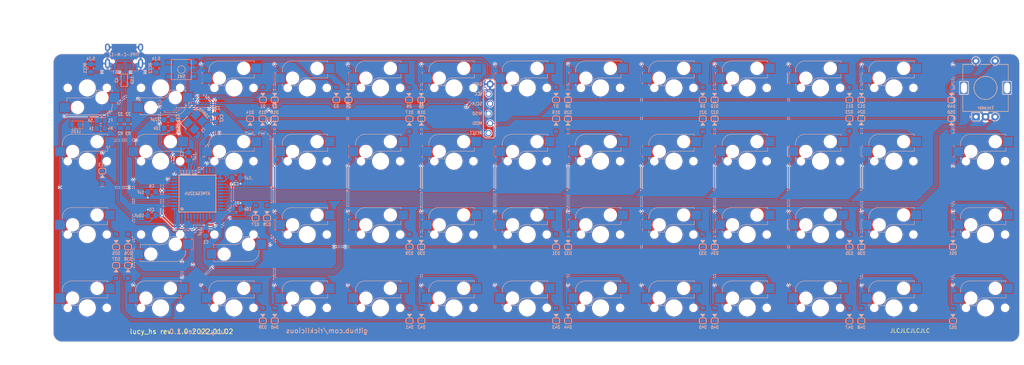
<source format=kicad_pcb>
(kicad_pcb (version 20211014) (generator pcbnew)
  (layers (0 "F.Cu" signal) (31 "B.Cu" signal) (34 "B.Paste" user) (35 "F.Paste" user) (36 "B.SilkS" user "B.Silkscreen") (37 "F.SilkS" user "F.Silkscreen") (38 "B.Mask" user) (39 "F.Mask" user) (44 "Edge.Cuts" user))
  (net 0 "")
  (net 1 "Net-(D1-Pad2)")
  (net 2 "Net-(D2-Pad2)")
  (net 3 "Net-(D3-Pad2)")
  (net 4 "Net-(D4-Pad2)")
  (net 5 "Net-(D5-Pad2)")
  (net 6 "Net-(D6-Pad2)")
  (net 7 "Net-(D7-Pad2)")
  (net 8 "Net-(D8-Pad2)")
  (net 9 "Net-(D9-Pad2)")
  (net 10 "Net-(D10-Pad2)")
  (net 11 "Net-(D11-Pad2)")
  (net 12 "Net-(D12-Pad2)")
  (net 13 "Net-(D13-Pad2)")
  (net 14 "Net-(D14-Pad2)")
  (net 15 "Net-(D15-Pad2)")
  (net 16 "Net-(D16-Pad2)")
  (net 17 "Net-(D17-Pad2)")
  (net 18 "Net-(D18-Pad2)")
  (net 19 "Net-(D19-Pad2)")
  (net 20 "Net-(D20-Pad2)")
  (net 21 "Net-(D21-Pad2)")
  (net 22 "Net-(D22-Pad2)")
  (net 23 "Net-(D23-Pad2)")
  (net 24 "Net-(D24-Pad2)")
  (net 25 "Net-(D25-Pad2)")
  (net 26 "Net-(D26-Pad2)")
  (net 27 "Net-(D27-Pad2)")
  (net 28 "Net-(D28-Pad2)")
  (net 29 "Net-(D29-Pad2)")
  (net 30 "Net-(D30-Pad2)")
  (net 31 "Net-(D31-Pad2)")
  (net 32 "Net-(D32-Pad2)")
  (net 33 "Net-(D33-Pad2)")
  (net 34 "Net-(D34-Pad2)")
  (net 35 "Net-(D35-Pad2)")
  (net 36 "Net-(D36-Pad2)")
  (net 37 "Net-(D37-Pad2)")
  (net 38 "Net-(D38-Pad2)")
  (net 39 "Net-(D39-Pad2)")
  (net 40 "Net-(D40-Pad2)")
  (net 41 "Net-(D41-Pad2)")
  (net 42 "Net-(D42-Pad2)")
  (net 43 "Net-(D43-Pad2)")
  (net 44 "Net-(D44-Pad2)")
  (net 45 "Net-(D45-Pad2)")
  (net 46 "Net-(D46-Pad2)")
  (net 47 "Net-(D47-Pad2)")
  (net 48 "Net-(D48-Pad2)")
  (net 49 "VCC")
  (net 50 "Net-(C6-Pad1)")
  (net 51 "XTAL1")
  (net 52 "XTAL2")
  (net 53 "row0")
  (net 54 "row1")
  (net 55 "row2")
  (net 56 "row3")
  (net 57 "D-")
  (net 58 "D+")
  (net 59 "col0")
  (net 60 "col1")
  (net 61 "col2")
  (net 62 "col3")
  (net 63 "col4")
  (net 64 "col5")
  (net 65 "col6")
  (net 66 "col7")
  (net 67 "col8")
  (net 68 "col9")
  (net 69 "col10")
  (net 70 "col11")
  (net 71 "Net-(R1-Pad2)")
  (net 72 "VBUS")
  (net 73 "Net-(J1-PadB5)")
  (net 74 "Net-(J1-PadA5)")
  (net 75 "ISP_Reset")
  (net 76 "Net-(D52-Pad2)")
  (net 77 "col12")
  (net 78 "GND")
  (net 79 "Net-(LED1-Pad2)")
  (net 80 "DBUS-")
  (net 81 "DBUS+")
  (net 82 "enc0a")
  (net 83 "enc0b")
  (net 84 "Net-(D49-Pad2)")
  (net 85 "Net-(D50-Pad2)")
  (net 86 "Net-(D51-Pad2)")
  (footprint "MX_Only:MXOnly-1U-Hotswap" (layer "F.Cu") (at 124.990225 53.19395)
    (fp_text reference "K3")
    (fp_text value "KEYSW")
  )
  (footprint "MX_Only:MXOnly-1U-Hotswap" (layer "F.Cu") (at 201.190225 53.19395)
    (fp_text reference "K7")
    (fp_text value "KEYSW")
  )
  (footprint "MX_Only:MXOnly-1U-Hotswap" (layer "F.Cu") (at 182.140225 53.19395)
    (fp_text reference "K6")
    (fp_text value "KEYSW")
  )
  (footprint "MX_Only:MXOnly-1U-Hotswap" (layer "F.Cu") (at 163.090225 53.19395)
    (fp_text reference "K5")
    (fp_text value "KEYSW")
  )
  (footprint "MX_Only:MXOnly-1U-Hotswap" (layer "F.Cu") (at 86.890225 53.19395 180)
    (fp_text reference "K1")
    (fp_text value "KEYSW")
  )
  (footprint "MX_Only:MXOnly-1U-Hotswap" (layer "F.Cu") (at 220.240225 53.19395)
    (fp_text reference "K8")
    (fp_text value "KEYSW")
  )
  (footprint "MX_Only:MXOnly-1U-Hotswap" (layer "F.Cu") (at 239.290225 53.19395)
    (fp_text reference "K9")
    (fp_text value "KEYSW")
  )
  (footprint "MX_Only:MXOnly-1U-Hotswap" (layer "F.Cu") (at 86.890225 72.24395)
    (fp_text reference "K13")
    (fp_text value "KEYSW")
  )
  (footprint "MX_Only:MXOnly-1U-Hotswap" (layer "F.Cu") (at 105.940225 72.24395)
    (fp_text reference "K14")
    (fp_text value "KEYSW")
  )
  (footprint "MX_Only:MXOnly-1U-Hotswap" (layer "F.Cu") (at 144.045399 72.24395)
    (fp_text reference "K16")
    (fp_text value "KEYSW")
  )
  (footprint "MX_Only:MXOnly-1U-Hotswap" (layer "F.Cu") (at 277.390225 53.19395)
    (fp_text reference locked "K11")
    (fp_text value "KEYSW")
  )
  (footprint "MX_Only:MXOnly-1U-Hotswap" (layer "F.Cu") (at 163.090225 72.24395)
    (fp_text reference "K17")
    (fp_text value "KEYSW")
  )
  (footprint "MX_Only:MXOnly-1U-Hotswap" (layer "F.Cu") (at 182.140225 72.24395)
    (fp_text reference "K18")
    (fp_text value "KEYSW")
  )
  (footprint "MX_Only:MXOnly-1U-Hotswap" (layer "F.Cu") (at 201.190225 72.24395)
    (fp_text reference "K19")
    (fp_text value "KEYSW")
  )
  (footprint "MX_Only:MXOnly-1U-Hotswap" (layer "F.Cu") (at 105.940225 110.34395)
    (fp_text reference "K38")
    (fp_text value "KEYSW")
  )
  (footprint "MX_Only:MXOnly-1U-Hotswap" (layer "F.Cu") (at 124.990225 110.34395)
    (fp_text reference "K39")
    (fp_text value "KEYSW")
  )
  (footprint "MX_Only:MXOnly-1U-Hotswap" (layer "F.Cu") (at 144.040225 110.34395)
    (fp_text reference locked "K40")
    (fp_text value "KEYSW")
  )
  (footprint "MX_Only:MXOnly-1U-Hotswap" (layer "F.Cu") (at 163.090225 110.34395)
    (fp_text reference locked "K41")
    (fp_text value "KEYSW")
  )
  (footprint "MX_Only:MXOnly-1U-Hotswap" (layer "F.Cu") (at 182.140225 110.34395)
    (fp_text reference "K42")
    (fp_text value "KEYSW")
  )
  (footprint "MX_Only:MXOnly-1U-Hotswap" (layer "F.Cu") (at 220.240225 110.34395)
    (fp_text reference "K44")
    (fp_text value "KEYSW")
  )
  (footprint "MX_Only:MXOnly-1U-Hotswap" (layer "F.Cu") (at 239.290225 110.34395)
    (fp_text reference "K45")
    (fp_text value "KEYSW")
  )
  (footprint "MX_Only:MXOnly-1U-Hotswap" (layer "F.Cu") (at 258.340225 110.34395)
    (fp_text reference "K46")
    (fp_text value "KEYSW")
  )
  (footprint "MX_Only:MXOnly-1U-Hotswap" (layer "F.Cu") (at 277.390225 110.34395)
    (fp_text reference "K47")
    (fp_text value "KEYSW")
  )
  (footprint "MX_Only:MXOnly-1U-Hotswap" (layer "F.Cu") (at 201.190225 110.34395)
    (fp_text reference "K43")
    (fp_text value "KEYSW")
  )
  (footprint "MX_Only:MXOnly-1U-Hotswap" (layer "F.Cu") (at 277.390225 91.29395)
    (fp_text reference locked "K35")
    (fp_text value "KEYSW")
  )
  (footprint "MX_Only:MXOnly-1U-Hotswap" (layer "F.Cu") (at 258.340225 91.29395)
    (fp_text reference "K34")
    (fp_text value "KEYSW")
  )
  (footprint "MX_Only:MXOnly-1U-Hotswap" (layer "F.Cu") (at 220.240225 91.29395)
    (fp_text reference "K32")
    (fp_text value "KEYSW")
  )
  (footprint "MX_Only:MXOnly-1U-Hotswap" (layer "F.Cu") (at 182.140225 91.29395)
    (fp_text reference "K30")
    (fp_text value "KEYSW")
  )
  (footprint "MX_Only:MXOnly-1U-Hotswap" (layer "F.Cu") (at 144.040225 91.29395)
    (fp_text reference "K28")
    (fp_text value "KEYSW")
  )
  (footprint "MX_Only:MXOnly-1U-Hotswap" (layer "F.Cu") (at 86.890225 91.29395)
    (fp_text reference "K25")
    (fp_text value "KEYSW")
  )
  (footprint "MX_Only:MXOnly-1U-Hotswap" (layer "F.Cu") (at 163.090225 91.29395)
    (fp_text reference "K29")
    (fp_text value "KEYSW")
  )
  (footprint "MX_Only:MXOnly-1U-Hotswap" (layer "F.Cu") (at 296.440225 72.24395)
    (fp_text reference "K24")
    (fp_text value "KEYSW")
  )
  (footprint "MX_Only:MXOnly-1U-Hotswap" (layer "F.Cu") (at 124.990225 91.29395 180)
    (fp_text reference "K27")
    (fp_text value "KEYSW")
  )
  (footprint "MX_Only:MXOnly-1U-Hotswap" (layer "F.Cu") (at 105.940225 91.29395 180)
    (fp_text reference "K26")
    (fp_text value "KEYSW")
  )
  (footprint "MX_Only:MXOnly-1U-Hotswap" (layer "F.Cu") (at 258.340225 72.24395)
    (fp_text reference locked "K22")
    (fp_text value "KEYSW")
  )
  (footprint "MX_Only:MXOnly-1U-Hotswap" (layer "F.Cu") (at 239.290225 72.24395)
    (fp_text reference "K21")
    (fp_text value "KEYSW")
  )
  (footprint "MX_Only:MXOnly-1U-Hotswap" (layer "F.Cu") (at 277.390225 72.24395)
    (fp_text reference "K23")
    (fp_text value "KEYSW")
  )
  (footprint "MX_Only:MXOnly-1U-Hotswap" (layer "F.Cu") (at 296.440225 110.34395)
    (fp_text reference "K48")
    (fp_text value "KEYSW")
  )
  (footprint "MX_Only:MXOnly-1U-Hotswap" (layer "F.Cu") (at 296.440225 91.29395)
    (fp_text reference "K36")
    (fp_text value "KEYSW")
  )
  (footprint "MX_Only:MXOnly-1U-Hotswap" (layer "F.Cu") (at 296.440225 53.19395)
    (fp_text reference "K12")
    (fp_text value "KEYSW")
  )
  (footprint "Keebio-Parts:RotaryEncoder_EC11" (layer "F.Cu") (at 320.252725 53.19395 90)
    (fp_text reference "SW2")
    (fp_text value "Rotary_Encoder_Switch")
  )
  (footprint "MX_Only:MXOnly-1U-Hotswap" (layer "F.Cu") (at 105.940225 53.19395 180)
    (fp_text reference "K2")
    (fp_text value "KEYSW")
  )
  (footprint "MX_Only:MXOnly-1U-Hotswap" (layer "F.Cu") (at 144.040225 53.19395)
    (fp_text reference "K4")
    (fp_text value "KEYSW")
  )
  (footprint "MX_Only:MXOnly-1U-Hotswap" (layer "F.Cu") (at 320.252785 110.34423)
    (fp_text reference "K52")
    (fp_text value "KEYSW")
  )
  (footprint "MX_Only:MXOnly-1U-Hotswap" (layer "F.Cu") (at 320.252785 72.24407)
    (fp_text reference "K50")
    (fp_text value "KEYSW")
  )
  (footprint "MX_Only:MXOnly-1U-Hotswap" (layer "F.Cu") (at 320.252785 91.29415)
    (fp_text reference "K51")
    (fp_text value "KEYSW")
  )
  (footprint "MX_Only:MXOnly-1U-Hotswap" (layer "F.Cu") (at 201.190225 91.29395)
    (fp_text reference "K31")
    (fp_text value "KEYSW")
  )
  (footprint "MX_Only:MXOnly-1U-Hotswap" (layer "F.Cu") (at 239.290225 91.29395)
    (fp_text reference "K33")
    (fp_text value "KEYSW")
  )
  (footprint "MX_Only:MXOnly-1U-Hotswap" (layer "F.Cu") (at 86.890225 110.34395)
    (fp_text reference "K37")
    (fp_text value "KEYSW")
  )
  (footprint "MX_Only:MXOnly-1U-Hotswap" (layer "F.Cu") (at 258.340225 53.19395)
    (fp_text reference "K10")
    (fp_text value "KEYSW")
  )
  (footprint "MX_Only:MXOnly-1U-Hotswap" (layer "F.Cu") (at 124.990225 72.24395)
    (fp_text reference "K15")
    (fp_text value "KEYSW")
  )
  (footprint "MX_Only:MXOnly-1U-Hotswap" (layer "F.Cu") (at 220.240225 72.24395)
    (fp_text reference "K20")
    (fp_text value "KEYSW")
  )
  (footprint "Capacitor_SMD:C_0805_2012Metric_Pad1.15x1.40mm_HandSolder" (layer "B.Cu") (at 117.690625 90.55625 -90)
    (fp_text reference "C1")
    (fp_text value ".1uF")
  )
  (footprint "Keeb_footprints:D_SOD-123_modified" (layer "B.Cu") (at 97.490625 92.85625 90)
    (fp_text reference "D26")
    (fp_text value "D")
  )
  (footprint "Keeb_footprints:D_SOD-123_modified" (layer "B.Cu") (at 208.681415 62.85625 -90)
    (fp_text reference "D19")
    (fp_text value "D")
  )
  (footprint "Keeb_footprints:D_SOD-123_modified" (layer "B.Cu") (at 170.581415 62.85625 -90)
    (fp_text reference "D17")
    (fp_text value "D")
  )
  (footprint "Keeb_footprints:D_SOD-123_modified" (layer "B.Cu") (at 135.581415 62.85625 -90)
    (fp_text reference "D16")
    (fp_text value "D")
  )
  (footprint "Keeb_footprints:D_SOD-123_modified" (layer "B.Cu") (at 129.190625 62.85625 -90)
    (fp_text reference "D14")
    (fp_text value "D")
  )
  (footprint "Keeb_footprints:D_SOD-123_modified" (layer "B.Cu") (at 284.890625 54.65625 90)
    (fp_text reference "D11")
    (fp_text value "D")
  )
  (footprint "Keeb_footprints:D_SOD-123_modified" (layer "B.Cu") (at 249.881415 54.65625 90)
    (fp_text reference "D10")
    (fp_text value "D")
  )
  (footprint "Keeb_footprints:D_SOD-123_modified" (layer "B.Cu") (at 211.781415 54.65625 90)
    (fp_text reference "D8")
    (fp_text value "D")
  )
  (footprint "Keeb_footprints:D_SOD-123_modified" (layer "B.Cu") (at 208.681415 54.65625 90)
    (fp_text reference "D7")
    (fp_text value "D")
  )
  (footprint "Keeb_footprints:D_SOD-123_modified" (layer "B.Cu") (at 173.651789 54.683377 90)
    (fp_text reference "D6")
    (fp_text value "D")
  )
  (footprint "Keeb_footprints:D_SOD-123_modified" (layer "B.Cu") (at 170.476789 54.683377 90)
    (fp_text reference "D5")
    (fp_text value "D")
  )
  (footprint "Keeb_footprints:D_SOD-123_modified" (layer "B.Cu") (at 154.751789 54.65625 90)
    (fp_text reference "D4")
    (fp_text value "D")
  )
  (footprint "Keeb_footprints:D_SOD-123_modified" (layer "B.Cu") (at 287.990625 112.1 90)
    (fp_text reference "D48")
    (fp_text value "D")
  )
  (footprint "Keeb_footprints:D_SOD-123_modified" (layer "B.Cu") (at 284.890625 112.1 90)
    (fp_text reference "D47")
    (fp_text value "D")
  )
  (footprint "Keeb_footprints:D_SOD-123_modified" (layer "B.Cu") (at 249.890625 112.063123 90)
    (fp_text reference "D46")
    (fp_text value "D")
  )
  (footprint "Keeb_footprints:D_SOD-123_modified" (layer "B.Cu") (at 246.790625 112.05625 90)
    (fp_text reference "D45")
    (fp_text value "D")
  )
  (footprint "Keeb_footprints:D_SOD-123_modified" (layer "B.Cu") (at 211.783999 112.05625 90)
    (fp_text reference "D44")
    (fp_text value "D")
  )
  (footprint "Keeb_footprints:D_SOD-123_modified" (layer "B.Cu") (at 208.7 112.05625 90)
    (fp_text reference "D43")
    (fp_text value "D")
  )
  (footprint "Keeb_footprints:D_SOD-123_modified" (layer "B.Cu") (at 211.790625 92.85625 90)
    (fp_text reference "D32")
    (fp_text value "D")
  )
  (footprint "Keeb_footprints:D_SOD-123_modified" (layer "B.Cu") (at 284.890625 62.75625 -90)
    (fp_text reference "D23")
    (fp_text value "D")
  )
  (footprint "Keeb_footprints:D_SOD-123_modified" (layer "B.Cu") (at 208.690625 92.85625 90)
    (fp_text reference "D31")
    (fp_text value "D")
  )
  (footprint "Keeb_footprints:D_SOD-123_modified" (layer "B.Cu") (at 170.585999 92.85625 90)
    (fp_text reference "D29")
    (fp_text value "D")
  )
  (footprint "Keeb_footprints:D_SOD-123_modified" (layer "B.Cu") (at 130.590625 85.35625 90)
    (fp_text reference "D27")
    (fp_text value "D")
  )
  (footprint "Keeb_footprints:D_SOD-123_modified" (layer "B.Cu") (at 287.990625 62.75625 -90)
    (fp_text reference "D24")
    (fp_text value "D")
  )
  (footprint "Keeb_footprints:D_SOD-123_modified" (layer "B.Cu") (at 284.890625 92.85625 90)
    (fp_text reference "D35")
    (fp_text value "D")
  )
  (footprint "Keeb_footprints:D_SOD-123_modified" (layer "B.Cu") (at 249.890625 92.85625 90)
    (fp_text reference "D34")
    (fp_text value "D")
  )
  (footprint "Keeb_footprints:D_SOD-123_modified" (layer "B.Cu") (at 246.790625 92.85625 90)
    (fp_text reference "D33")
    (fp_text value "D")
  )
  (footprint "Keeb_footprints:D_SOD-123_modified" (layer "B.Cu") (at 173.690625 112.05625 90)
    (fp_text reference "D42")
    (fp_text value "D")
  )
  (footprint "Keeb_footprints:D_SOD-123_modified" (layer "B.Cu") (at 151.576789 54.65625 90)
    (fp_text reference "D3")
    (fp_text value "D")
  )
  (footprint "Keeb_footprints:D_SOD-123_modified" (layer "B.Cu") (at 211.781415 62.85625 -90)
    (fp_text reference "D20")
    (fp_text value "D")
  )
  (footprint "Keeb_footprints:PIN_HEADER_1x6_OFFSET" (layer "B.Cu") (at 191.345121 58.577049 180)
    (fp_text reference "J2")
    (fp_text value "AVR-ISP-6_mod" hide)
  )
  (footprint "Keeb_footprints:D_SOD-123_modified" (layer "B.Cu") (at 287.990625 54.65625 90)
    (fp_text reference "D12")
    (fp_text value "D")
  )
  (footprint "Keeb_footprints:D_SOD-123_modified" (layer "B.Cu") (at 311.790625 112.1 90)
    (fp_text reference "D52")
    (fp_text value "D")
  )
  (footprint "Keeb_footprints:D_SOD-123_modified" (layer "B.Cu") (at 311.390625 62.8 -90)
    (fp_text reference "D50")
    (fp_text value "D")
  )
  (footprint "Keeb_footprints:D_SOD-123_modified" (layer "B.Cu") (at 311.790625 92.85625 90)
    (fp_text reference "D51")
    (fp_text value "D")
  )
  (footprint "random-keyboard-parts:SKQG-1155865" (layer "B.Cu") (at 111.323466 48.418754)
    (fp_text reference "SW1")
    (fp_text value "SW_PUSH")
  )
  (footprint "Keebio-Parts:ATMEGA32U4-AU" (layer "B.Cu") (at 115.490625 80.65625)
    (fp_text reference "U1")
    (fp_text value "ATMEGA32U4")
  )
  (footprint "Capacitor_SMD:C_0805_2012Metric_Pad1.15x1.40mm_HandSolder" (layer "B.Cu") (at 113.190625 71.05625 90)
    (fp_text reference "C3")
    (fp_text value ".1uF")
  )
  (footprint "Capacitor_SMD:C_0805_2012Metric_Pad1.15x1.40mm_HandSolder" (layer "B.Cu") (at 120.190625 61.05625 90)
    (fp_text reference "CX2")
    (fp_text value "22pF")
  )
  (footprint "Capacitor_SMD:C_0805_2012Metric_Pad1.15x1.40mm_HandSolder" (layer "B.Cu") (at 107.890225 61.45625 180)
    (fp_text reference "CX1")
    (fp_text value "22pF")
  )
  (footprint "Crystal:Crystal_SMD_3225-4Pin_3.2x2.5mm_HandSoldering" (layer "B.Cu") (at 114.890625 62.05625 45)
    (fp_text reference "Y1")
    (fp_text value "16MHz")
  )
  (footprint "Fuse:Fuse_0805_2012Metric_Pad1.15x1.40mm_HandSolder" (layer "B.Cu") (at 90.390625 61.65625 180)
    (fp_text reference "F1")
    (fp_text value ".5A")
  )
  (footprint "Keeb_footprints:TYPE-C-31-M-12" (layer "B.Cu") (at 96.439825 48.363315)
    (fp_text reference "J1")
    (fp_text value "TYPE-C-31-M12_13")
  )
  (footprint "Resistor_SMD:R_0805_2012Metric_Pad1.15x1.40mm_HandSolder" (layer "B.Cu") (at 97.490625 62.55625 90)
    (fp_text reference "R3")
    (fp_text value "22")
  )
  (footprint "Resistor_SMD:R_0805_2012Metric_Pad1.15x1.40mm_HandSolder" (layer "B.Cu") (at 87.790625 48.05625 -90)
    (fp_text reference "RCC1")
    (fp_text value "5.1k")
  )
  (footprint "Resistor_SMD:R_0805_2012Metric_Pad1.15x1.40mm_HandSolder" (layer "B.Cu") (at 90.390625 63.75)
    (fp_text reference "R4")
    (fp_text value "1k")
  )
  (footprint "LED_SMD:LED_0805_2012Metric_Pad1.15x1.40mm_HandSolder" (layer "B.Cu") (at 83.890625 62.75625 180)
    (fp_text reference "LED1")
    (fp_text value "LED")
  )
  (footprint "Keeb_footprints:D_SOD-123_modified" (layer "B.Cu") (at 135.590625 112.05625 90)
    (fp_text reference "D40")
    (fp_text value "D")
  )
  (footprint "Keeb_footprints:D_SOD-123_modified" (layer "B.Cu") (at 132.490625 112.063123 90)
    (fp_text reference "D39")
    (fp_text value "D")
  )
  (footprint "Capacitor_SMD:C_0805_2012Metric_Pad1.15x1.40mm_HandSolder" (layer "B.Cu") (at 125.590625 76.55625)
    (fp_text reference "C2")
    (fp_text value ".1uF")
  )
  (footprint "Resistor_SMD:R_0805_2012Metric_Pad1.15x1.40mm_HandSolder" (layer "B.Cu") (at 95.490625 62.55625 90)
    (fp_text reference "R2")
    (fp_text value "22")
  )
  (footprint "Capacitor_SMD:C_0805_2012Metric_Pad1.15x1.40mm_HandSolder" (layer "B.Cu") (at 103.590625 86.35625 180)
    (fp_text reference "C5")
    (fp_text value "10uF")
  )
  (footprint "Capacitor_SMD:C_0805_2012Metric_Pad1.15x1.40mm_HandSolder" (layer "B.Cu") (at 103.590625 80.25625 180)
    (fp_text reference "C6")
    (fp_text value "1uF")
  )
  (footprint "Resistor_SMD:R_0805_2012Metric_Pad1.15x1.40mm_HandSolder" (layer "B.Cu") (at 125.690625 84.65625 180)
    (fp_text reference "R1")
    (fp_text value "10k")
  )
  (footprint "Keeb_footprints:D_SOD-123_modified" (layer "B.Cu") (at 90.790625 76.45625 -90)
    (fp_text reference "D13")
    (fp_text value "D")
  )
  (footprint "Keeb_footprints:D_SOD-123_modified" (layer "B.Cu") (at 94.390625 100.95625 -90)
    (fp_text reference "D37")
    (fp_text value "D")
  )
  (footprint "Keeb_footprints:D_SOD-123_modified" (layer "B.Cu") (at 97.490625 100.95625 -90)
    (fp_text reference "D38")
    (fp_text value "D")
  )
  (footprint "Keeb_footprints:D_SOD-123_modified" (layer "B.Cu") (at 170.590625 112.05625 90)
    (fp_text reference "D41")
    (fp_text value "D")
  )
  (footprint "Keeb_footprints:D_SOD-123_modified" (layer "B.Cu") (at 133.590625 85.35625 90)
    (fp_text reference "D28")
    (fp_text value "D")
  )
  (footprint "Keeb_footprints:D_SOD-123_modified" (layer "B.Cu") (at 173.65 92.85625 90)
    (fp_text reference "D30")
    (fp_text value "D")
  )
  (footprint "Keeb_footprints:D_SOD-123_modified" (layer "B.Cu") (at 287.990625 92.85625 90)
    (fp_text reference "D36")
    (fp_text value "D")
  )
  (footprint "Keeb_footprints:D_SOD-123_modified" (layer "B.Cu") (at 94.390625 92.85625 90)
    (fp_text reference "D25")
    (fp_text value "D")
  )
  (footprint "Keeb_footprints:D_SOD-123_modified" (layer "B.Cu") (at 135.581415 54.65625 90)
    (fp_text reference "D2")
    (fp_text value "D")
  )
  (footprint "Keeb_footprints:D_SOD-123_modified" (layer "B.Cu") (at 311.390625 54.7 90)
    (fp_text reference "D49")
    (fp_text value "D")
  )
  (footprint "Keeb_footprints:D_SOD-123_modified" (layer "B.Cu") (at 246.781415 54.65625 90)
    (fp_text reference "D9")
    (fp_text value "D")
  )
  (footprint "Keeb_footprints:D_SOD-123_modified" (layer "B.Cu") (at 132.490625 54.64995 90)
    (fp_text reference "D1")
    (fp_text value "D")
  )
  (footprint "Resistor_SMD:R_0805_2012Metric_Pad1.15x1.40mm_HandSolder" (layer "B.Cu") (at 107.890225 63.65625)
    (fp_text reference "RSW1")
    (fp_text value "10k")
  )
  (footprint "Keeb_footprints:D_SOD-123_modified" (layer "B.Cu") (at 249.881415 62.85625 -90)
    (fp_text reference "D22")
    (fp_text value "D")
  )
  (footprint "Keeb_footprints:D_SOD-123_modified" (layer "B.Cu") (at 246.781415 62.85625 -90)
    (fp_text reference "D21")
    (fp_text value "D")
  )
  (footprint "Keeb_footprints:D_SOD-123_modified" (layer "B.Cu") (at 173.681415 62.85625 -90)
    (fp_text reference "D18")
    (fp_text value "D")
  )
  (footprint "Keeb_footprints:D_SOD-123_modified" (layer "B.Cu") (at 132.431415 62.85625 -90)
    (fp_text reference "D15")
    (fp_text value "D")
  )
  (footprint "Resistor_SMD:R_0805_2012Metric_Pad1.15x1.40mm_HandSolder" (layer "B.Cu") (at 104.790625 48.05625 -90)
    (fp_text reference "RCC2")
    (fp_text value "5.1k")
  )
  (footprint "Keebio-Parts:SOT-143B" (layer "B.Cu") (at 96.490625 51.2 -90)
    (fp_text reference "U2")
    (fp_text value "PRTR5V0U2X" hide)
  )
  (gr_line (start 77.960522 116.892441) (end 77.96053 46.645507) (layer "Edge.Cuts") (width 0.05))
  (gr_arc (start 329.182624 116.892433) (mid 328.485169 118.576238) (end 326.801364 119.273693) (layer "Edge.Cuts") (width 0.05))
  (gr_arc (start 77.96053 46.645507) (mid 78.657985 44.961702) (end 80.34179 44.264247) (layer "Edge.Cuts") (width 0.05))
  (gr_line (start 329.182624 46.645507) (end 329.182624 116.892433) (layer "Edge.Cuts") (width 0.05))
  (gr_line (start 326.801364 119.273693) (end 80.341782 119.273701) (layer "Edge.Cuts") (width 0.05))
  (gr_line (start 80.34179 44.264247) (end 90.822441 44.264255) (layer "Edge.Cuts") (width 0.05))
  (gr_line (start 102.058809 44.264255) (end 326.801364 44.264247) (layer "Edge.Cuts") (width 0.05))
  (gr_arc (start 100.763385 41.583698) (mid 101.312977 41.811346) (end 101.540625 42.360938) (layer "Edge.Cuts") (width 0.05))
  (gr_line (start 92.117865 41.58375) (end 100.763385 41.583698) (layer "Edge.Cuts") (width 0.05))
  (gr_arc (start 91.340625 42.36099) (mid 91.568273 41.811398) (end 92.117865 41.58375) (layer "Edge.Cuts") (width 0.05))
  (gr_arc (start 91.340625 43.746071) (mid 91.188852 44.112482) (end 90.822441 44.264255) (layer "Edge.Cuts") (width 0.05))
  (gr_line (start 91.340625 42.36099) (end 91.340625 43.746071) (layer "Edge.Cuts") (width 0.05))
  (gr_line (start 101.540625 43.746071) (end 101.540625 42.360938) (layer "Edge.Cuts") (width 0.05))
  (gr_arc (start 102.058809 44.264255) (mid 101.692398 44.112482) (end 101.540625 43.746071) (layer "Edge.Cuts") (width 0.05))
  (gr_arc (start 326.801364 44.264247) (mid 328.485169 44.961702) (end 329.182624 46.645507) (layer "Edge.Cuts") (width 0.05))
  (gr_arc (start 80.341782 119.273701) (mid 78.657977 118.576246) (end 77.960522 116.892441) (layer "Edge.Cuts") (width 0.05))
  (gr_text "16MHz" (at 117.251188 59.742393 315) (layer "B.SilkS") (effects (font (size 0.8 0.7)) (justify mirror)))
  (gr_text "Encoder" (at 320.27947 58.34087) (layer "B.SilkS") (effects (font (size 0.8 0.7)) (justify mirror)))
  (gr_text "lucy_hs rev 1.0" (at 115.48288 116.5) (layer "B.SilkS") (effects (font (size 1.25 1.25) (thickness 0.2)) (justify mirror)))
  (gr_text "github.com/ricklicious" (at 149.13288 116.284314) (layer "B.SilkS") (effects (font (size 1.25 1.25) (thickness 0.2)) (justify mirror)))
  (gr_text "JLCJLCJLCJLC" (at 300.632625 116.284314) (layer "F.SilkS") (effects (font (size 1 1))))
  (gr_text "lucy_hs rev. 1.0 2022.01.02" (at 111.38288 116.5) (layer "F.SilkS") (effects (font (size 1.25 1.25) (thickness 0.2))))
  (segment (start 112.166068 58.59721) (end 111.1 58.59721) (width 0.25) (layer "F.Cu") (net 1))
  (segment (start 113.281639 57.481639) (end 112.281639 58.481639) (width 0.25) (layer "F.Cu") (net 1))
  (segment (start 91.7 60.5) (end 81 60.5) (width 0.25) (layer "F.Cu") (net 1))
  (segment (start 112.281639 58.481639) (end 112.166068 58.59721) (width 0.25) (layer "F.Cu") (net 1))
  (segment (start 111.1 58.59721) (end 107.633932 58.59721) (width 0.25) (layer "F.Cu") (net 1))
  (segment (start 107.633932 58.59721) (end 104.457211 55.420489) (width 0.25) (layer "F.Cu") (net 1))
  (segment (start 115.461707 55.297327) (end 113.281639 57.477395) (width 0.25) (layer "F.Cu") (net 1))
  (segment (start 96.779511 55.420489) (end 91.7 60.5) (width 0.25) (layer "F.Cu") (net 1))
  (segment (start 115.499733 55.297327) (end 115.461707 55.297327) (width 0.25) (layer "F.Cu") (net 1))
  (segment (start 113.281639 57.477395) (end 113.281639 57.481639) (width 0.25) (layer "F.Cu") (net 1))
  (segment (start 104.457211 55.420489) (end 96.779511 55.420489) (width 0.25) (layer "F.Cu") (net 1))
  (via (at 81 60.5) (size 0.65) (drill 0.35) (layers "F.Cu" "B.Cu") (net 1))
  (via (at 115.499733 55.297327) (size 0.65) (drill 0.35) (layers "F.Cu" "B.Cu") (net 1))
  (segment (start 81 58.322175) (end 81.048225 58.27395) (width 0.25) (layer "B.Cu") (net 1))
  (segment (start 122.693602 55.297327) (end 123.290225 55.89395) (width 0.25) (layer "B.Cu") (net 1))
  (segment (start 129.369327 55.89395) (end 132.263328 52.99995) (width 0.25) (layer "B.Cu") (net 1))
  (segment (start 132.263328 52.99995) (end 132.490625 52.99995) (width 0.25) (layer "B.Cu") (net 1))
  (segment (start 81 60.5) (end 81 58.322175) (width 0.25) (layer "B.Cu") (net 1))
  (segment (start 123.290225 55.89395) (end 129.369327 55.89395) (width 0.25) (layer "B.Cu") (net 1))
  (segment (start 115.499733 55.297327) (end 122.693602 55.297327) (width 0.25) (layer "B.Cu") (net 1))
  (segment (start 104.9 56.4) (end 104.5 56) (width 0.25) (layer "F.Cu") (net 2))
  (segment (start 104.5 56) (end 100.1 56) (width 0.25) (layer "F.Cu") (net 2))
  (segment (start 115.50176 56.076827) (end 115.223173 56.076827) (width 0.25) (layer "F.Cu") (net 2))
  (segment (start 112.32327 58.97673) (end 109.6 58.97673) (width 0.25) (layer "F.Cu") (net 2))
  (segment (start 109.6 58.97673) (end 107.47673 58.97673) (width 0.25) (layer "F.Cu") (net 2))
  (segment (start 115.223173 56.076827) (end 114.75 56.55) (width 0.25) (layer "F.Cu") (net 2))
  (segment (start 114.25 57.05) (end 112.32327 58.97673) (width 0.25) (layer "F.Cu") (net 2))
  (segment (start 107.47673 58.97673) (end 104.9 56.4) (width 0.25) (layer "F.Cu") (net 2))
  (segment (start 114.75 56.55) (end 114.25 57.05) (width 0.25) (layer "F.Cu") (net 2))
  (via (at 115.50176 56.076827) (size 0.65) (drill 0.35) (layers "F.Cu" "B.Cu") (net 2))
  (via (at 100.1 56) (size 0.65) (drill 0.35) (layers "F.Cu" "B.Cu") (net 2))
  (segment (start 100.1 58.272175) (end 100.098225 58.27395) (width 0.25) (layer "B.Cu") (net 2))
  (segment (start 118.907348 56.076827) (end 119.307328 55.676847) (width 0.25) (layer "B.Cu") (net 2))
  (segment (start 131.3 54.5) (end 134.087665 54.5) (width 0.25) (layer "B.Cu") (net 2))
  (segment (start 123.069745 56.27347) (end 129.526529 56.27347) (width 0.25) (layer "B.Cu") (net 2))
  (segment (start 100.1 56) (end 100.1 58.272175) (width 0.25) (layer "B.Cu") (net 2))
  (segment (start 122.473122 55.676847) (end 123.069745 56.27347) (width 0.25) (layer "B.Cu") (net 2))
  (segment (start 129.526529 56.27347) (end 131.3 54.5) (width 0.25) (layer "B.Cu") (net 2))
  (segment (start 134.087665 54.5) (end 135.581415 53.00625) (width 0.25) (layer "B.Cu") (net 2))
  (segment (start 115.50176 56.076827) (end 118.907348 56.076827) (width 0.25) (layer "B.Cu") (net 2))
  (segment (start 119.307328 55.676847) (end 122.473122 55.676847) (width 0.25) (layer "B.Cu") (net 2))
  (segment (start 140.83577 46.23577) (end 145.4 50.8) (width 0.25) (layer "B.Cu") (net 3))
  (segment (start 130.832225 48.11395) (end 132.710405 46.23577) (width 0.25) (layer "B.Cu") (net 3))
  (segment (start 132.710405 46.23577) (end 140.83577 46.23577) (width 0.25) (layer "B.Cu") (net 3))
  (segment (start 145.4 50.8) (end 149.370539 50.8) (width 0.25) (layer "B.Cu") (net 3))
  (segment (start 149.370539 50.8) (end 151.576789 53.00625) (width 0.25) (layer "B.Cu") (net 3))
  (segment (start 154.751789 52.983514) (end 149.882225 48.11395) (width 0.25) (layer "B.Cu") (net 4))
  (segment (start 154.751789 53.00625) (end 154.751789 52.983514) (width 0.25) (layer "B.Cu") (net 4))
  (segment (start 168.932225 51.488813) (end 168.932225 48.11395) (width 0.25) (layer "B.Cu") (net 5))
  (segment (start 170.476789 53.033377) (end 168.932225 51.488813) (width 0.25) (layer "B.Cu") (net 5))
  (segment (start 172.86423 46.23577) (end 172.3 46.8) (width 0.25) (layer "B.Cu") (net 6))
  (segment (start 186.104045 46.23577) (end 172.86423 46.23577) (width 0.25) (layer "B.Cu") (net 6))
  (segment (start 172.3 46.8) (end 172.3 51.681588) (width 0.25) (layer "B.Cu") (net 6))
  (segment (start 187.982225 48.11395) (end 186.104045 46.23577) (width 0.25) (layer "B.Cu") (net 6))
  (segment (start 172.3 51.681588) (end 173.651789 53.033377) (width 0.25) (layer "B.Cu") (net 6))
  (segment (start 207.032225 48.11395) (end 207.032225 51.35706) (width 0.25) (layer "B.Cu") (net 7))
  (segment (start 207.032225 51.35706) (end 208.681415 53.00625) (width 0.25) (layer "B.Cu") (net 7))
  (segment (start 225.2 45.9) (end 211.6 45.9) (width 0.25) (layer "B.Cu") (net 8))
  (segment (start 226.082225 46.782225) (end 225.2 45.9) (width 0.25) (layer "B.Cu") (net 8))
  (segment (start 210.8 46.7) (end 210.8 52.024835) (width 0.25) (layer "B.Cu") (net 8))
  (segment (start 210.8 52.024835) (end 211.781415 53.00625) (width 0.25) (layer "B.Cu") (net 8))
  (segment (start 226.082225 48.11395) (end 226.082225 46.782225) (width 0.25) (layer "B.Cu") (net 8))
  (segment (start 211.6 45.9) (end 210.8 46.7) (width 0.25) (layer "B.Cu") (net 8))
  (segment (start 245.132225 51.35706) (end 246.781415 53.00625) (width 0.25) (layer "B.Cu") (net 9))
  (segment (start 245.132225 48.11395) (end 245.132225 51.35706) (width 0.25) (layer "B.Cu") (net 9))
  (segment (start 248.8 51.924835) (end 249.881415 53.00625) (width 0.25) (layer "B.Cu") (net 10))
  (segment (start 248.8 47.1) (end 248.8 51.924835) (width 0.25) (layer "B.Cu") (net 10))
  (segment (start 250 45.9) (end 248.8 47.1) (width 0.25) (layer "B.Cu") (net 10))
  (segment (start 264.182225 46.782225) (end 263.3 45.9) (width 0.25) (layer "B.Cu") (net 10))
  (segment (start 263.3 45.9) (end 250 45.9) (width 0.25) (layer "B.Cu") (net 10))
  (segment (start 264.182225 48.11395) (end 264.182225 46.782225) (width 0.25) (layer "B.Cu") (net 10))
  (segment (start 284.890625 53.00625) (end 283.232225 51.34785) (width 0.25) (layer "B.Cu") (net 11))
  (segment (start 283.232225 51.34785) (end 283.232225 48.11395) (width 0.25) (layer "B.Cu") (net 11))
  (segment (start 288.190625 45.75625) (end 286.890625 47.05625) (width 0.25) (layer "B.Cu") (net 12))
  (segment (start 302.282225 48.11395) (end 302.282225 46.14785) (width 0.25) (layer "B.Cu") (net 12))
  (segment (start 302.282225 46.14785) (end 301.890625 45.75625) (width 0.25) (layer "B.Cu") (net 12))
  (segment (start 286.890625 51.90625) (end 287.990625 53.00625) (width 0.25) (layer "B.Cu") (net 12))
  (segment (start 301.890625 45.75625) (end 288.190625 45.75625) (width 0.25) (layer "B.Cu") (net 12))
  (segment (start 286.890625 47.05625) (end 286.890625 51.90625) (width 0.25) (layer "B.Cu") (net 12))
  (segment (start 89.5 76.815625) (end 90.790625 78.10625) (width 0.25) (layer "B.Cu") (net 13))
  (segment (start 89.5 70.396175) (end 92.732225 67.16395) (width 0.25) (layer "B.Cu") (net 13))
  (segment (start 89.5 76.815625) (end 89.5 70.396175) (width 0.25) (layer "B.Cu") (net 13))
  (segment (start 118.5 58.627448) (end 114.272552 58.627448) (width 0.25) (layer "F.Cu") (net 14))
  (segment (start 113.16423 59.73577) (end 111.36423 59.73577) (width 0.25) (layer "F.Cu") (net 14))
  (segment (start 110.7 60.4) (end 110.7 65) (width 0.25) (layer "F.Cu") (net 14))
  (segment (start 111.36423 59.73577) (end 110.7 60.4) (width 0.25) (layer "F.Cu") (net 14))
  (segment (start 114.272552 58.627448) (end 113.16423 59.73577) (width 0.25) (layer "F.Cu") (net 14))
  (via (at 110.7 65) (size 0.65) (drill 0.35) (layers "F.Cu" "B.Cu") (net 14))
  (via (at 118.5 58.627448) (size 0.65) (drill 0.35) (layers "F.Cu" "B.Cu") (net 14))
  (segment (start 111.782225 67.16395) (end 111.782225 66.082225) (width 0.25) (layer "B.Cu") (net 14))
  (segment (start 111.782225 66.082225) (end 110.7 65) (width 0.25) (layer "B.Cu") (net 14))
  (segment (start 128.203902 64.50625) (end 129.190625 64.50625) (width 0.25) (layer "B.Cu") (net 14))
  (segment (start 118.5 58.627448) (end 122.3251 58.627448) (width 0.25) (layer "B.Cu") (net 14))
  (segment (start 122.3251 58.627448) (end 128.203902 64.50625) (width 0.25) (layer "B.Cu") (net 14))
  (segment (start 130.832225 66.10544) (end 130.832225 67.16395) (width 0.25) (layer "B.Cu") (net 15))
  (segment (start 132.431415 64.50625) (end 130.832225 66.10544) (width 0.25) (layer "B.Cu") (net 15))
  (segment (start 135.581415 64.50625) (end 147.229699 64.50625) (width 0.25) (layer "B.Cu") (net 16))
  (segment (start 147.229699 64.50625) (end 149.887399 67.16395) (width 0.25) (layer "B.Cu") (net 16))
  (segment (start 168.932225 66.15544) (end 168.932225 67.16395) (width 0.25) (layer "B.Cu") (net 17))
  (segment (start 170.581415 64.50625) (end 168.932225 66.15544) (width 0.25) (layer "B.Cu") (net 17))
  (segment (start 185.324525 64.50625) (end 187.982225 67.16395) (width 0.25) (layer "B.Cu") (net 18))
  (segment (start 173.681415 64.50625) (end 185.324525 64.50625) (width 0.25) (layer "B.Cu") (net 18))
  (segment (start 208.681415 65.51476) (end 207.032225 67.16395) (width 0.25) (layer "B.Cu") (net 19))
  (segment (start 208.681415 64.50625) (end 208.681415 65.51476) (width 0.25) (layer "B.Cu") (net 19))
  (segment (start 223.424525 64.50625) (end 226.082225 67.16395) (width 0.25) (layer "B.Cu") (net 20))
  (segment (start 211.781415 64.50625) (end 223.424525 64.50625) (width 0.25) (layer "B.Cu") (net 20))
  (segment (start 246.781415 64.50625) (end 246.781415 65.51476) (width 0.25) (layer "B.Cu") (net 21))
  (segment (start 246.781415 65.51476) (end 245.132225 67.16395) (width 0.25) (layer "B.Cu") (net 21))
  (segment (start 261.524525 64.50625) (end 264.182225 67.16395) (width 0.25) (layer "B.Cu") (net 22))
  (segment (start 249.881415 64.50625) (end 261.524525 64.50625) (width 0.25) (layer "B.Cu") (net 22))
  (segment (start 284.890625 65.50555) (end 283.232225 67.16395) (width 0.25) (layer "B.Cu") (net 23))
  (segment (start 284.890625 64.40625) (end 284.890625 65.50555) (width 0.25) (layer "B.Cu") (net 23))
  (segment (start 299.524525 64.40625) (end 302.282225 67.16395) (width 0.25) (layer "B.Cu") (net 24))
  (segment (start 287.990625 64.40625) (end 299.524525 64.40625) (width 0.25) (layer "B.Cu") (net 24))
  (segment (start 92.732225 89.54785) (end 92.732225 86.21395) (width 0.25) (layer "B.Cu") (net 25))
  (segment (start 94.390625 91.20625) (end 92.732225 89.54785) (width 0.25) (layer "B.Cu") (net 25))
  (segment (start 100.098225 96.37395) (end 100.098225 93.81385) (width 0.25) (layer "B.Cu") (net 26))
  (segment (start 100.098225 93.81385) (end 97.490625 91.20625) (width 0.25) (layer "B.Cu") (net 26))
  (segment (start 122.1 87.7) (end 123.5 86.3) (width 0.25) (layer "B.Cu") (net 27))
  (segment (start 119.148225 96.37395) (end 119.148225 94.951775) (width 0.25) (layer "B.Cu") (net 27))
  (segment (start 127.996875 86.3) (end 130.590625 83.70625) (width 0.25) (layer "B.Cu") (net 27))
  (segment (start 123.5 86.3) (end 127.996875 86.3) (width 0.25) (layer "B.Cu") (net 27))
  (segment (start 119.148225 94.951775) (end 122.1 92) (width 0.25) (layer "B.Cu") (net 27))
  (segment (start 122.1 92) (end 122.1 87.7) (width 0.25) (layer "B.Cu") (net 27))
  (segment (start 149.882225 86.21395) (end 149.882225 83.582225) (width 0.25) (layer "B.Cu") (net 28))
  (segment (start 149.882225 83.582225) (end 148.9 82.6) (width 0.25) (layer "B.Cu") (net 28))
  (segment (start 148.9 82.6) (end 134.696875 82.6) (width 0.25) (layer "B.Cu") (net 28))
  (segment (start 134.696875 82.6) (end 133.590625 83.70625) (width 0.25) (layer "B.Cu") (net 28))
  (segment (start 170.585999 91.20625) (end 168.932225 89.552476) (width 0.25) (layer "B.Cu") (net 29))
  (segment (start 168.932225 89.552476) (end 168.932225 86.21395) (width 0.25) (layer "B.Cu") (net 29))
  (segment (start 172.6 90.15625) (end 173.65 91.20625) (width 0.25) (layer "B.Cu") (net 30))
  (segment (start 172.6 85.3) (end 172.6 90.15625) (width 0.25) (layer "B.Cu") (net 30))
  (segment (start 185.868275 84.1) (end 173.8 84.1) (width 0.25) (layer "B.Cu") (net 30))
  (segment (start 187.982225 86.21395) (end 185.868275 84.1) (width 0.25) (layer "B.Cu") (net 30))
  (segment (start 173.8 84.1) (end 172.6 85.3) (width 0.25) (layer "B.Cu") (net 30))
  (segment (start 207.032225 89.54785) (end 208.690625 91.20625) (width 0.25) (layer "B.Cu") (net 31))
  (segment (start 207.032225 86.21395) (end 207.032225 89.54785) (width 0.25) (layer "B.Cu") (net 31))
  (segment (start 211.80759 84.09241) (end 210.7 85.2) (width 0.25) (layer "B.Cu") (net 32))
  (segment (start 226.082225 86.21395) (end 223.960685 84.09241) (width 0.25) (layer "B.Cu") (net 32))
  (segment (start 223.960685 84.09241) (end 211.80759 84.09241) (width 0.25) (layer "B.Cu") (net 32))
  (segment (start 210.7 90.115625) (end 211.790625 91.20625) (width 0.25) (layer "B.Cu") (net 32))
  (segment (start 210.7 85.2) (end 210.7 90.115625) (width 0.25) (layer "B.Cu") (net 32))
  (segment (start 245.132225 89.54785) (end 246.790625 91.20625) (width 0.25) (layer "B.Cu") (net 33))
  (segment (start 245.132225 86.21395) (end 245.132225 89.54785) (width 0.25) (layer "B.Cu") (net 33))
  (segment (start 264.182225 86.21395) (end 262.060685 84.09241) (width 0.25) (layer "B.Cu") (net 34))
  (segment (start 262.060685 84.09241) (end 250.00759 84.09241) (width 0.25) (layer "B.Cu") (net 34))
  (segment (start 248.8 85.3) (end 248.8 90.115625) (width 0.25) (layer "B.Cu") (net 34))
  (segment (start 248.8 90.115625) (end 249.890625 91.20625) (width 0.25) (layer "B.Cu") (net 34))
  (segment (start 250.00759 84.09241) (end 248.8 85.3) (width 0.25) (layer "B.Cu") (net 34))
  (segment (start 283.232225 89.54785) (end 284.890625 91.20625) (width 0.25) (layer "B.Cu") (net 35))
  (segment (start 283.232225 86.21395) (end 283.232225 89.54785) (width 0.25) (layer "B.Cu") (net 35))
  (segment (start 286.9 90.115625) (end 287.990625 91.20625) (width 0.25) (layer "B.Cu") (net 36))
  (segment (start 300.160685 84.09241) (end 288.00759 84.09241) (width 0.25) (layer "B.Cu") (net 36))
  (segment (start 302.282225 86.21395) (end 300.160685 84.09241) (width 0.25) (layer "B.Cu") (net 36))
  (segment (start 288.00759 84.09241) (end 286.9 85.2) (width 0.25) (layer "B.Cu") (net 36))
  (segment (start 286.9 85.2) (end 286.9 90.115625) (width 0.25) (layer "B.Cu") (net 36))
  (segment (start 92.732225 104.26465) (end 94.390625 102.60625) (width 0.25) (layer "B.Cu") (net 37))
  (segment (start 92.732225 105.26395) (end 92.732225 104.26465) (width 0.25) (layer "B.Cu") (net 37))
  (segment (start 98.570325 113.333603) (end 96.27952 111.042798) (width 0.25) (layer "B.Cu") (net 38))
  (segment (start 96.27952 103.817355) (end 97.490625 102.60625) (width 0.25) (layer "B.Cu") (net 38))
  (segment (start 96.27952 111.042798) (end 96.27952 103.817355) (width 0.25) (layer "B.Cu") (net 38))
  (segment (start 109.1 109.6) (end 109.1 112.5) (width 0.25) (layer "B.Cu") (net 38))
  (segment (start 108.266397 113.333603) (end 98.570325 113.333603) (width 0.25) (layer "B.Cu") (net 38))
  (segment (start 109.1 112.5) (end 108.266397 113.333603) (width 0.25) (layer "B.Cu") (net 38))
  (segment (start 111.782225 105.26395) (end 111.782225 106.917775) (width 0.25) (layer "B.Cu") (net 38))
  (segment (start 111.782225 106.917775) (end 109.1 109.6) (width 0.25) (layer "B.Cu") (net 38))
  (segment (start 132.490625 110.413123) (end 130.832225 108.754723) (width 0.25) (layer "B.Cu") (net 39))
  (segment (start 130.832225 108.754723) (end 130.832225 105.26395) (width 0.25) (layer "B.Cu") (net 39))
  (segment (start 149.882225 103.282225) (end 148.6 102) (width 0.25) (layer "B.Cu") (net 40))
  (segment (start 134.4 109.215625) (end 135.590625 110.40625) (width 0.25) (layer "B.Cu") (net 40))
  (segment (start 149.882225 105.26395) (end 149.882225 103.282225) (width 0.25) (layer "B.Cu") (net 40))
  (segment (start 134.4 103.4) (end 134.4 109.215625) (width 0.25) (layer "B.Cu") (net 40))
  (segment (start 148.6 102) (end 135.8 102) (width 0.25) (layer "B.Cu") (net 40))
  (segment (start 135.8 102) (end 134.4 103.4) (width 0.25) (layer "B.Cu") (net 40))
  (segment (start 168.932225 105.26395) (end 168.932225 108.74785) (width 0.25) (layer "B.Cu") (net 41))
  (segment (start 168.932225 108.74785) (end 170.590625 110.40625) (width 0.25) (layer "B.Cu") (net 41))
  (segment (start 173.46144 101.93856) (end 172.5 102.9) (width 0.25) (layer "B.Cu") (net 42))
  (segment (start 172.5 102.9) (end 172.5 109.215625) (width 0.25) (layer "B.Cu") (net 42))
  (segment (start 187 101.93856) (end 173.46144 101.93856) (width 0.25) (layer "B.Cu") (net 42))
  (segment (start 172.5 109.215625) (end 173.690625 110.40625) (width 0.25) (layer "B.Cu") (net 42))
  (segment (start 187.982225 102.920785) (end 187 101.93856) (width 0.25) (layer "B.Cu") (net 42))
  (segment (start 187.982225 105.26395) (end 187.982225 102.920785) (width 0.25) (layer "B.Cu") (net 42))
  (segment (start 207.032225 108.738475) (end 208.7 110.40625) (width 0.25) (layer "B.Cu") (net 43))
  (segment (start 207.032225 105.26395) (end 207.032225 108.738475) (width 0.25) (layer "B.Cu") (net 43))
  (segment (start 211.56144 101.93856) (end 210.8 102.7) (width 0.25) (layer "B.Cu") (net 44))
  (segment (start 225.1 101.93856) (end 211.56144 101.93856) (width 0.25) (layer "B.Cu") (net 44))
  (segment (start 210.8 109.422251) (end 211.783999 110.40625) (width 0.25) (layer "B.Cu") (net 44))
  (segment (start 210.8 102.7) (end 210.8 109.422251) (width 0.25) (layer "B.Cu") (net 44))
  (segment (start 226.082225 105.26395) (end 226.082225 102.920785) (width 0.25) (layer "B.Cu") (net 44))
  (segment (start 226.082225 102.920785) (end 225.1 101.93856) (width 0.25) (layer "B.Cu") (net 44))
  (segment (start 245.132225 108.74785) (end 246.790625 110.40625) (width 0.25) (layer "B.Cu") (net 45))
  (segment (start 245.132225 105.26395) (end 245.132225 108.74785) (width 0.25) (layer "B.Cu") (net 45))
  (segment (start 264.182225 103.020785) (end 263.1 101.93856) (width 0.25) (layer "B.Cu") (net 46))
  (segment (start 249.86144 101.93856) (end 248.8 103) (width 0.25) (layer "B.Cu") (net 46))
  (segment (start 263.1 101.93856) (end 249.86144 101.93856) (width 0.25) (layer "B.Cu") (net 46))
  (segment (start 248.8 103) (end 248.8 109.322498) (width 0.25) (layer "B.Cu") (net 46))
  (segment (start 264.182225 105.26395) (end 264.182225 103.020785) (width 0.25) (layer "B.Cu") (net 46))
  (segment (start 248.8 109.322498) (end 249.890625 110.413123) (width 0.25) (layer "B.Cu") (net 46))
  (segment (start 283.232225 108.7916) (end 284.890625 110.45) (width 0.25) (layer "B.Cu") (net 47))
  (segment (start 283.232225 105.26395) (end 283.232225 108.7916) (width 0.25) (layer "B.Cu") (net 47))
  (segment (start 302.282225 103.182225) (end 301.1 102) (width 0.25) (layer "B.Cu") (net 48))
  (segment (start 287.1 109.559375) (end 287.990625 110.45) (width 0.25) (layer "B.Cu") (net 48))
  (segment (start 288.3 102) (end 287.1 103.2) (width 0.25) (layer "B.Cu") (net 48))
  (segment (start 302.282225 105.26395) (end 302.282225 103.182225) (width 0.25) (layer "B.Cu") (net 48))
  (segment (start 287.1 103.2) (end 287.1 109.559375) (width 0.25) (layer "B.Cu") (net 48))
  (segment (start 301.1 102) (end 288.3 102) (width 0.25) (layer "B.Cu") (net 48))
  (segment (start 109.090625 89.15625) (end 111.490625 89.15625) (width 0.4) (layer "F.Cu") (net 49))
  (segment (start 109.090625 73.95625) (end 109.090625 70.65625) (width 0.4) (layer "F.Cu") (net 49))
  (segment (start 106.290625 79.85625) (end 106.290625 76.75625) (width 0.4) (layer "F.Cu") (net 49))
  (segment (start 106.290625 86.35625) (end 109.090625 89.15625) (width 0.4) (layer "F.Cu") (net 49))
  (segment (start 190.195125 53.35625) (end 185.495125 58.05625) (width 0.4) (layer "F.Cu") (net 49))
  (segment (start 106.290625 76.75625) (end 109.090625 73.95625) (width 0.4) (layer "F.Cu") (net 49))
  (segment (start 185.495125 58.05625) (end 185.390625 58.05625) (width 0.4) (layer "F.Cu") (net 49))
  (segment (start 106.290625 86.35625) (end 106.290625 79.85625) (width 0.4) (layer "F.Cu") (net 49))
  (segment (start 111.490625 89.15625) (end 117.85625 89.15625) (width 0.4) (layer "F.Cu") (net 49))
  (segment (start 124.590625 84.209375) (end 124.590625 78.25625) (width 0.4) (layer "F.Cu") (net 49))
  (segment (start 118.2125 88.8) (end 117.85625 89.15625) (width 0.4) (layer "F.Cu") (net 49))
  (segment (start 120 88.8) (end 124.590625 84.209375) (width 0.4) (layer "F.Cu") (net 49))
  (segment (start 134.090625 62.25625) (end 134.090625 59.05625) (width 0.4) (layer "F.Cu") (net 49))
  (segment (start 120 88.8) (end 118.2125 88.8) (width 0.4) (layer "F.Cu") (net 49))
  (via (at 134.090625 59.05625) (size 0.9) (drill 0.5) (layers "F.Cu" "B.Cu") (net 49))
  (via (at 106.290625 79.85625) (size 0.9) (drill 0.5) (layers "F.Cu" "B.Cu") (net 49))
  (via (at 134.090625 62.25625) (size 0.9) (drill 0.5) (layers "F.Cu" "B.Cu") (net 49))
  (via (at 111.490625 89.15625) (size 0.9) (drill 0.5) (layers "F.Cu" "B.Cu") (net 49))
  (via (at 190.195125 53.35625) (size 0.9) (drill 0.5) (layers "F.Cu" "B.Cu") (net 49))
  (via (at 120 88.8) (size 0.9) (drill 0.5) (layers "F.Cu" "B.Cu") (net 49))
  (via (at 124.590625 78.25625) (size 0.9) (drill 0.5) (layers "F.Cu" "B.Cu") (net 49))
  (via (at 185.390625 58.05625) (size 0.9) (drill 0.5) (layers "F.Cu" "B.Cu") (net 49))
  (via (at 106.290625 86.35625) (size 0.9) (drill 0.5) (layers "F.Cu" "B.Cu") (net 49))
  (via (at 109.090625 70.65625) (size 0.9) (drill 0.5) (layers "F.Cu" "B.Cu") (net 49))
  (segment (start 117.690625 89.53125) (end 117.721875 89.5) (width 0.4) (layer "B.Cu") (net 49))
  (segment (start 107.030469 64.834194) (end 106.090625 65.774038) (width 0.4) (layer "B.Cu") (net 49))
  (segment (start 107.737281 64.834194) (end 107.030469 64.834194) (width 0.4) (layer "B.Cu") (net 49))
  (segment (start 94.890625 82.85625) (end 94.890625 65.35625) (width 0.4) (layer "B.Cu") (net 49))
  (segment (start 106.090625 67.95625) (end 108.790625 70.65625) (width 0.4) (layer "B.Cu") (net 49))
  (segment (start 108.790625 70.65625) (end 109.090625 70.65625) (width 0.4) (layer "B.Cu") (net 49))
  (segment (start 136.478893 58.11077) (end 135.036105 58.11077) (width 0.4) (layer "B.Cu") (net 49))
  (segment (start 113.190625 72.08125) (end 113.190625 74.65625) (width 0.4) (layer "B.Cu") (net 49))
  (segment (start 168.547837 57.15625) (end 156.756633 57.15625) (width 0.4) (layer "B.Cu") (net 49))
  (segment (start 134.790625 78.35625) (end 134.790625 65.95625) (width 0.4) (layer "B.Cu") (net 49))
  (segment (start 106.290625 79.85625) (end 109.590625 79.85625) (width 0.4) (layer "B.Cu") (net 49))
  (segment (start 119.040625 88.15625) (end 119.490625 87.70625) (width 0.4) (layer "B.Cu") (net 49))
  (segment (start 117.690625 88.85625) (end 118.390625 88.15625) (width 0.4) (layer "B.Cu") (net 49))
  (segment (start 91.415625 63.75) (end 91.415625 61.65625) (width 0.4) (layer "B.Cu") (net 49))
  (segment (start 104.615625 86.35625) (end 104.615625 86.43125) (width 0.4) (layer "B.Cu") (net 49))
  (segment (start 117.690625 89.53125) (end 117.690625 88.85625) (width 0.4) (layer "B.Cu") (net 49))
  (segment (start 134.190625 65.35625) (end 134.090625 65.25625) (width 0.4) (layer "B.Cu") (net 49))
  (segment (start 119.490625 87.70625) (end 119.490625 86.55625) (width 0.4) (layer "B.Cu") (net 49))
  (segment (start 137.433413 57.15625) (end 136.478893 58.11077) (width 0.4) (layer "B.Cu") (net 49))
  (segment (start 113.190625 74.65625) (end 113.090625 74.75625) (width 0.4) (layer "B.Cu") (net 49))
  (segment (start 119.3 89.5) (end 120 88.8) (width 0.4) (layer "B.Cu") (net 49))
  (segment (start 109.590625 83.85625) (end 107.090625 83.85625) (width 0.4) (layer "B.Cu") (net 49))
  (segment (start 93.284375 63.75) (end 91.415625 63.75) (width 0.4) (layer "B.Cu") (net 49))
  (segment (start 124.590625 78.25625) (end 124.590625 76.58125) (width 0.4) (layer "B.Cu") (net 49))
  (segment (start 100.036105 88.00173) (end 94.890625 82.85625) (width 0.4) (layer "B.Cu") (net 49))
  (segment (start 122.490625 77.45625) (end 121.390625 77.45625) (width 0.4) (layer "B.Cu") (net 49))
  (segment (start 149.647837 57.15625) (end 137.433413 57.15625) (width 0.4) (layer "B.Cu") (net 49))
  (segment (start 117.721875 89.5) (end 119.3 89.5) (width 0.4) (layer "B.Cu") (net 49))
  (segment (start 134.090625 65.25625) (end 134.090625 62.25625) (width 0.4) (layer "B.Cu") (net 49))
  (segment (start 150.602357 58.11077) (end 149.647837 57.15625) (width 0.4) (layer "B.Cu") (net 49))
  (segment (start 104.615625 86.43125) (end 103.045145 88.00173) (width 0.4) (layer "B.Cu") (net 49))
  (segment (start 104.615625 86.35625) (end 106.290625 86.35625) (width 0.4) (layer "B.Cu") (net 49))
  (segment (start 106.290625 84.65625) (end 106.290625 86.35625) (width 0.4) (layer "B.Cu") (net 49))
  (segment (start 123.390625 76.55625) (end 122.490625 77.45625) (width 0.4) (layer "B.Cu") (net 49))
  (segment (start 125.397545 79.06317) (end 134.083705 79.06317) (width 0.4) (layer "B.Cu") (net 49))
  (segment (start 118.390625 88.15625) (end 119.040625 88.15625) (width 0.4) (layer "B.Cu") (net 49))
  (segment (start 94.890625 65.35625) (end 93.284375 63.75) (width 0.4) (layer "B.Cu") (net 49))
  (segment (start 169.502357 58.11077) (end 168.547837 57.15625) (width 0.4) (layer "B.Cu") (net 49))
  (segment (start 109.090625 70.65625) (end 111.765625 70.65625) (width 0.4) (layer "B.Cu") (net 49))
  (segment (start 134.790625 65.95625) (end 134.190625 65.35625) (width 0.4) (layer "B.Cu") (net 49))
  (segment (start 135.036105 58.11077) (end 134.090625 59.05625) (width 0.4) (layer "B.Cu") (net 49))
  (segment (start 106.090625 65.774038) (end 106.090625 67.95625) (width 0.4) (layer "B.Cu") (net 49))
  (segment (start 174.778893 58.11077) (end 169.502357 58.11077) (width 0.4) (layer "B.Cu") (net 49))
  (segment (start 124.565625 76.55625) (end 123.390625 76.55625) (width 0.4) (layer "B.Cu") (net 49))
  (segment (start 107.090625 83.85625) (end 106.290625 84.65625) (width 0.4) (layer "B.Cu") (net 49))
  (segment (start 155.802113 58.11077) (end 150.602357 58.11077) (width 0.4) (layer "B.Cu") (net 49))
  (segment (start 124.590625 76.58125) (end 124.565625 76.55625) (width 0.4) (layer "B.Cu") (net 49))
  (segment (start 191.141921 54.767049) (end 191.141921 54.303046) (width 0.4) (layer "B.Cu") (net 49))
  (segment (start 191.141921 54.303046) (end 190.195125 53.35625) (width 0.4) (layer "B.Cu") (net 49))
  (segment (start 108.915225 63.65625) (end 107.737281 64.834194) (width 0.4) (layer "B.Cu") (net 49))
  (segment (start 111.490625 89.15625) (end 111.490625 86.55625) (width 0.4) (layer "B.Cu") (net 49))
  (segment (start 103.045145 88.00173) (end 100.036105 88.00173) (width 0.4) (layer "B.Cu") (net 49))
  (segment (start 134.083705 79.06317) (end 134.790625 78.35625) (width 0.4) (layer "B.Cu") (net 49))
  (segment (start 111.765625 70.65625) (end 113.190625 72.08125) (width 0.4) (layer "B.Cu") (net 49))
  (segment (start 184.516931 57.182556) (end 175.707107 57.182556) (width 0.4) (layer "B.Cu") (net 49))
  (segment (start 124.590625 78.25625) (end 125.397545 79.06317) (width 0.4) (layer "B.Cu") (net 49))
  (segment (start 175.707107 57.182556) (end 174.778893 58.11077) (width 0.4) (layer "B.Cu") (net 49))
  (segment (start 156.756633 57.15625) (end 155.802113 58.11077) (width 0.4) (layer "B.Cu") (net 49))
  (segment (start 185.390625 58.05625) (end 184.516931 57.182556) (width 0.4) (layer "B.Cu") (net 49))
  (segment (start 105.015625 80.65625) (end 109.590625 80.65625) (width 0.25) (layer "B.Cu") (net 50))
  (segment (start 104.615625 80.25625) (end 105.015625 80.65625) (width 0.25) (layer "B.Cu") (net 50))
  (segment (start 114.961105 73) (end 114.961105 67.02673) (width 0.4) (layer "B.Cu") (net 51))
  (segment (start 114.690625 74.75625) (end 114.690625 73.27048) (width 0.4) (layer "B.Cu") (net 51))
  (segment (start 114.690625 73.27048) (end 114.961105 73) (width 0.4) (layer "B.Cu") (net 51))
  (segment (start 113.052147 62.268382) (end 112.177715 61.39395) (width 0.4) (layer "B.Cu") (net 51))
  (segment (start 112.177715 61.39395) (end 108.977525 61.39395) (width 0.4) (layer "B.Cu") (net 51))
  (segment (start 112.309685 64.37531) (end 112.309685 63.010844) (width 0.4) (layer "B.Cu") (net 51))
  (segment (start 112.309685 63.010844) (end 113.052147 62.268382) (width 0.4) (layer "B.Cu") (net 51))
  (segment (start 108.977525 61.39395) (end 108.915225 61.45625) (width 0.4) (layer "B.Cu") (net 51))
  (segment (start 114.961105 67.02673) (end 112.309685 64.37531) (width 0.4) (layer "B.Cu") (net 51))
  (segment (start 119.953493 61.844118) (end 120.190625 62.08125) (width 0.4) (layer "B.Cu") (net 52))
  (segment (start 116.729103 65.870897) (end 115.490625 67.109375) (width 0.4) (layer "B.Cu") (net 52))
  (segment (start 116.729103 61.844118) (end 116.729103 65.870897) (width 0.4) (layer "B.Cu") (net 52))
  (segment (start 115.490625 67.109375) (end 115.490625 74.75625) (width 0.4) (layer "B.Cu") (net 52))
  (segment (start 116.729103 61.844118) (end 119.953493 61.844118) (width 0.4) (layer "B.Cu") (net 52))
  (segment (start 119.990625 56.281747) (end 119.990625 56.743896) (width 0.25) (layer "F.Cu") (net 53))
  (segment (start 117.190625 69.15625) (end 119.823438 66.523438) (width 0.25) (layer "F.Cu") (net 53))
  (segment (start 119.990625 56.743896) (end 119.990625 66.356251) (width 0.25) (layer "F.Cu") (net 53))
  (segment (start 119.990625 66.356251) (end 119.823438 66.523438) (width 0.25) (layer "F.Cu") (net 53))
  (segment (start 107.790625 76.85625) (end 107.790625 76.536697) (width 0.25) (layer "F.Cu") (net 53))
  (segment (start 119.823438 66.523438) (end 119.990625 66.35625) (width 0.25) (layer "F.Cu") (net 53))
  (segment (start 109.371072 74.95625) (end 115.153903 74.95625) (width 0.25) (layer "F.Cu") (net 53))
  (segment (start 107.790625 76.536697) (end 109.371072 74.95625) (width 0.25) (layer "F.Cu") (net 53))
  (segment (start 119.990225 56.281347) (end 119.990625 56.281747) (width 0.25) (layer "F.Cu") (net 53))
  (segment (start 115.153903 74.95625) (end 117.190625 72.919528) (width 0.25) (layer "F.Cu") (net 53))
  (segment (start 119.973147 56.726418) (end 119.990625 56.743896) (width 0.25) (layer "F.Cu") (net 53))
  (segment (start 117.190625 72.919528) (end 117.190625 69.15625) (width 0.25) (layer "F.Cu") (net 53))
  (via (at 107.790625 76.85625) (size 0.65) (drill 0.35) (layers "F.Cu" "B.Cu") (net 53))
  (via (at 119.990225 56.281347) (size 0.7) (drill 0.4) (layers "F.Cu" "B.Cu") (net 53))
  (segment (start 191.548321 62.387049) (end 190.258331 62.387049) (width 0.25) (layer "B.Cu") (net 53))
  (segment (start 191.548321 62.387049) (end 195.97623 62.387049) (width 0.25) (layer "B.Cu") (net 53))
  (segment (start 173.651789 56.333377) (end 185.494649 56.333377) (width 0.25) (layer "B.Cu") (net 53))
  (segment (start 129.683731 56.65299) (end 123.649265 56.65299) (width 0.25) (layer "B.Cu") (net 53))
  (segment (start 123.649265 56.65299) (end 122.849265 56.65299) (width 0.25) (layer "B.Cu") (net 53))
  (segment (start 190.258331 62.387049) (end 189.765232 61.89395) (width 0.25) (layer "B.Cu") (net 53))
  (segment (start 108.390625 77.45625) (end 107.790625 76.85625) (width 0.25) (layer "B.Cu") (net 53))
  (segment (start 204.160935 60.82673) (end 208.681415 56.30625) (width 0.25) (layer "B.Cu") (net 53))
  (segment (start 109.590625 77.45625) (end 108.390625 77.45625) (width 0.25) (layer "B.Cu") (net 53))
  (segment (start 173.618362 56.29995) (end 173.651789 56.333377) (width 0.25) (layer "B.Cu") (net 53))
  (segment (start 197.536548 60.82673) (end 204.160935 60.82673) (width 0.25) (layer "B.Cu") (net 53))
  (segment (start 185.494649 56.333377) (end 189.822724 60.661451) (width 0.25) (layer "B.Cu") (net 53))
  (segment (start 120.215205 56.056367) (end 119.990225 56.281347) (width 0.25) (layer "B.Cu") (net 53))
  (segment (start 132.490625 56.29995) (end 173.618362 56.29995) (width 0.25) (layer "B.Cu") (net 53))
  (segment (start 208.681415 56.30625) (end 287.684325 56.30625) (width 0.25) (layer "B.Cu") (net 53))
  (segment (start 120.990225 56.056367) (end 120.215205 56.056367) (width 0.25) (layer "B.Cu") (net 53))
  (segment (start 189.765232 61.89395) (end 189.765232 60.718943) (width 0.25) (layer "B.Cu") (net 53))
  (segment (start 189.765232 60.718943) (end 189.822724 60.661451) (width 0.25) (layer "B.Cu") (net 53))
  (segment (start 287.990625 56.30625) (end 311.346875 56.30625) (width 0.25) (layer "B.Cu") (net 53))
  (segment (start 311.346875 56.30625) (end 311.390625 56.35) (width 0.25) (layer "B.Cu") (net 53))
  (segment (start 122.849265 56.65299) (end 122.390225 56.19395) (width 0.25) (layer "B.Cu") (net 53))
  (segment (start 130.036771 56.29995) (end 129.683731 56.65299) (width 0.25) (layer "B.Cu") (net 53))
  (segment (start 195.97623 62.387049) (end 197.536548 60.82673) (width 0.25) (layer "B.Cu") (net 53))
  (segment (start 122.252642 56.056367) (end 120.990225 56.056367) (width 0.25) (layer "B.Cu") (net 53))
  (segment (start 287.684325 56.30625) (end 287.990625 55.99995) (width 0.25) (layer "B.Cu") (net 53))
  (segment (start 122.390225 56.19395) (end 122.252642 56.056367) (width 0.25) (layer "B.Cu") (net 53))
  (segment (start 132.490625 56.29995) (end 130.036771 56.29995) (width 0.25) (layer "B.Cu") (net 53))
  (segment (start 94.090625 66.75625) (end 90.790625 70.05625) (width 0.25) (layer "F.Cu") (net 54))
  (segment (start 99.434725 66.75625) (end 94.090625 66.75625) (width 0.25) (layer "F.Cu") (net 54))
  (via (at 99.434725 66.75625) (size 0.65) (drill 0.35) (layers "F.Cu" "B.Cu") (net 54))
  (via (at 90.790625 70.05625) (size 0.7) (drill 0.4) (layers "F.Cu" "B.Cu") (net 54))
  (segment (start 311.346875 61.10625) (end 311.390625 61.15) (width 0.25) (layer "B.Cu") (net 54))
  (segment (start 109.239647 60.05625) (end 111.247949 58.047948) (width 0.25) (layer "B.Cu") (net 54))
  (segment (start 132.431415 61.20625) (end 129.190625 61.20625) (width 0.25) (layer "B.Cu") (net 54))
  (segment (start 208.681415 61.20625) (end 197.69375 61.20625) (width 0.25) (layer "B.Cu") (net 54))
  (segment (start 114.731585 88.65625) (end 113.890625 87.81529) (width 0.25) (layer "B.Cu") (net 54))
  (segment (start 176.601895 64.12673) (end 173.681415 61.20625) (width 0.25) (layer "B.Cu") (net 54))
  (segment (start 192.690225 63.59395) (end 192.690225 65.69395) (width 0.25) (layer "B.Cu") (net 54))
  (segment (start 109.3 90.5) (end 107.25625 88.45625) (width 0.25) (layer "B.Cu") (net 54))
  (segment (start 90.720704 70.126171) (end 90.790625 70.05625) (width 0.25) (layer "B.Cu") (net 54))
  (segment (start 190.3 66.3) (end 188.12673 64.12673) (width 0.25) (layer "B.Cu") (net 54))
  (segment (start 114.731585 89.59721) (end 114.731585 88.65625) (width 0.25) (layer "B.Cu") (net 54))
  (segment (start 114.272545 90.05625) (end 114.731585 89.59721) (width 0.25) (layer "B.Cu") (net 54))
  (segment (start 125.440625 61.20625) (end 129.190625 61.20625) (width 0.25) (layer "B.Cu") (net 54))
  (segment (start 208.781415 61.10625) (end 208.681415 61.20625) (width 0.25) (layer "B.Cu") (net 54))
  (segment (start 94.436105 83.10173) (end 94.436105 78.45173) (width 0.25) (layer "B.Cu") (net 54))
  (segment (start 110.455571 90.044429) (end 110 90.5) (width 0.25) (layer "B.Cu") (net 54))
  (segment (start 192.690225 65.69395) (end 192.084175 66.3) (width 0.25) (layer "B.Cu") (net 54))
  (segment (start 99.790625 88.45625) (end 94.436105 83.10173) (width 0.25) (layer "B.Cu") (net 54))
  (segment (start 99.434725 66.75625) (end 99.434725 64.73309) (width 0.25) (layer "B.Cu") (net 54))
  (segment (start 110 90.5) (end 109.3 90.5) (width 0.25) (layer "B.Cu") (net 54))
  (segment (start 111.247949 58.047948) (end 122.282322 58.047948) (width 0.25) (layer "B.Cu") (net 54))
  (segment (start 103.032045 61.13577) (end 105.347827 61.13577) (width 0.25) (layer "B.Cu") (net 54))
  (segment (start 107.25625 88.45625) (end 99.790625 88.45625) (width 0.25) (layer "B.Cu") (net 54))
  (segment (start 173.681415 61.20625) (end 132.431415 61.20625) (width 0.25) (layer "B.Cu") (net 54))
  (segment (start 188.12673 64.12673) (end 176.601895 64.12673) (width 0.25) (layer "B.Cu") (net 54))
  (segment (start 94.436105 78.45173) (end 90.790625 74.80625) (width 0.25) (layer "B.Cu") (net 54))
  (segment (start 99.434725 64.73309) (end 103.032045 61.13577) (width 0.25) (layer "B.Cu") (net 54))
  (segment (start 193.490225 62.79395) (end 192.690225 63.59395) (width 0.25) (layer "B.Cu") (net 54))
  (segment (start 197.69375 61.20625) (end 196.106049 62.79395) (width 0.25) (layer "B.Cu") (net 54))
  (segment (start 192.084175 66.3) (end 190.3 66.3) (width 0.25) (layer "B.Cu") (net 54))
  (segment (start 106.427347 60.05625) (end 109.239647 60.05625) (width 0.25) (layer "B.Cu") (net 54))
  (segment (start 90.790625 74.80625) (end 90.720704 74.736329) (width 0.25) (layer "B.Cu") (net 54))
  (segment (start 114.284366 90.044429) (end 110.455571 90.044429) (width 0.25) (layer "B.Cu") (net 54))
  (segment (start 287.990625 61.10625) (end 208.781415 61.10625) (width 0.25) (layer "B.Cu") (net 54))
  (segment (start 122.282322 58.047948) (end 125.440625 61.20625) (width 0.25) (layer "B.Cu") (net 54))
  (segment (start 287.990625 61.10625) (end 311.346875 61.10625) (width 0.25) (layer "B.Cu") (net 54))
  (segment (start 90.720704 74.736329) (end 90.720704 70.126171) (width 0.25) (layer "B.Cu") (net 54))
  (segment (start 196.106049 62.79395) (end 193.490225 62.79395) (width 0.25) (layer "B.Cu") (net 54))
  (segment (start 113.890625 87.81529) (end 113.890625 86.55625) (width 0.25) (layer "B.Cu") (net 54))
  (segment (start 105.347827 61.13577) (end 106.427347 60.05625) (width 0.25) (layer "B.Cu") (net 54))
  (segment (start 114.313668 91.013668) (end 115.6 89.727336) (width 0.25) (layer "F.Cu") (net 55))
  (segment (start 109.68925 89.9) (end 109.6 89.81075) (width 0.25) (layer "F.Cu") (net 55))
  (segment (start 114.313668 91.013668) (end 113.2 89.9) (width 0.25) (layer "F.Cu") (net 55))
  (segment (start 115.6 89.7) (end 115.68923 89.61077) (width 0.25) (layer "F.Cu") (net 55))
  (segment (start 115.6 89.727336) (end 115.6 89.7) (width 0.25) (layer "F.Cu") (net 55))
  (segment (start 121.28923 89.61077) (end 123.9 87) (width 0.25) (layer "F.Cu") (net 55))
  (segment (start 153.890625 94.45625) (end 150.990625 94.45625) (width 0.25) (layer "F.Cu") (net 55))
  (segment (start 114.313668 99.113669) (end 114.313668 91.013668) (width 0.25) (layer "F.Cu") (net 55))
  (segment (start 115.68923 89.61077) (end 121.28923 89.61077) (width 0.25) (layer "F.Cu") (net 55))
  (segment (start 113.2 89.9) (end 109.68925 89.9) (width 0.25) (layer "F.Cu") (net 55))
  (via (at 114.313668 99.113669) (size 0.65) (drill 0.35) (layers "F.Cu" "B.Cu") (net 55))
  (via (at 153.890625 94.45625) (size 0.65) (drill 0.35) (layers "F.Cu" "B.Cu") (net 55))
  (via (at 150.990625 94.45625) (size 0.65) (drill 0.35) (layers "F.Cu" "B.Cu") (net 55))
  (via (at 109.6 89.81075) (size 0.65) (drill 0.35) (layers "F.Cu" "B.Cu") (net 55))
  (via (at 123.9 87) (size 0.65) (drill 0.35) (layers "F.Cu" "B.Cu") (net 55))
  (segment (start 137.290625 94.45625) (end 133.590625 90.75625) (width 0.25) (layer "B.Cu") (net 55))
  (segment (start 130.584375 87) (end 130.590625 87.00625) (width 0.25) (layer "B.Cu") (net 55))
  (segment (start 287.990625 94.50625) (end 170.585999 94.50625) (width 0.25) (layer "B.Cu") (net 55))
  (segment (start 287.990625 94.50625) (end 311.790625 94.50625) (width 0.25) (layer "B.Cu") (net 55))
  (segment (start 133.590625 87.00625) (end 130.590625 87.00625) (width 0.25) (layer "B.Cu") (net 55))
  (segment (start 94.390625 94.50625) (end 97.490625 94.50625) (width 0.25) (layer "B.Cu") (net 55))
  (segment (start 133.590625 90.75625) (end 133.590625 87.00625) (width 0.25) (layer "B.Cu") (net 55))
  (segment (start 123.9 87) (end 130.584375 87) (width 0.25) (layer "B.Cu") (net 55))
  (segment (start 114.313668 99.396485) (end 112.533423 101.17673) (width 0.25) (layer "B.Cu") (net 55))
  (segment (start 112.533423 101.17673) (end 101.311105 101.17673) (width 0.25) (layer "B.Cu") (net 55))
  (segment (start 150.990625 94.45625) (end 137.290625 94.45625) (width 0.25) (layer "B.Cu") (net 55))
  (segment (start 101.311105 101.17673) (end 97.490625 97.35625) (width 0.25) (layer "B.Cu") (net 55))
  (segment (start 170.585999 94.50625) (end 153.940625 94.50625) (width 0.25) (layer "B.Cu") (net 55))
  (segment (start 114.313668 99.113669) (end 114.313668 99.396485) (width 0.25) (layer "B.Cu") (net 55))
  (segment (start 97.490625 97.35625) (end 97.490625 94.50625) (width 0.25) (layer "B.Cu") (net 55))
  (segment (start 109.590625 84.65625) (end 109.590625 89.801375) (width 0.25) (layer "B.Cu") (net 55))
  (segment (start 153.940625 94.50625) (end 153.890625 94.45625) (width 0.25) (layer "B.Cu") (net 55))
  (segment (start 109.590625 89.801375) (end 109.6 89.81075) (width 0.25) (layer "B.Cu") (net 55))
  (segment (start 132.490625 113.713123) (end 98.413123 113.713123) (width 0.25) (layer "B.Cu") (net 56))
  (segment (start 135.590625 113.70625) (end 173.690625 113.70625) (width 0.25) (layer "B.Cu") (net 56))
  (segment (start 135.583752 113.713123) (end 135.590625 113.70625) (width 0.25) (layer "B.Cu") (net 56))
  (segment (start 97.490625 99.30625) (end 94.390625 99.30625) (width 0.25) (layer "B.Cu") (net 56))
  (segment (start 115.111105 99.13577) (end 115.111105 88.35625) (width 0.25) (layer "B.Cu") (net 56))
  (segment (start 94.390625 99.30625) (end 94.390625 100.590625) (width 0.25) (layer "B.Cu") (net 56))
  (segment (start 97.490625 99.30625) (end 98.903903 99.30625) (width 0.25) (layer "B.Cu") (net 56))
  (segment (start 98.413123 113.713123) (end 95.9 111.2) (width 0.25) (layer "B.Cu") (net 56))
  (segment (start 287.990625 113.75) (end 311.790625 113.75) (width 0.25) (layer "B.Cu") (net 56))
  (segment (start 94.390625 100.590625) (end 95.9 102.1) (width 0.25) (layer "B.Cu") (net 56))
  (segment (start 101.153903 101.55625) (end 112.690625 101.55625) (width 0.25) (layer "B.Cu") (net 56))
  (segment (start 112.690625 101.55625) (end 115.111105 99.13577) (width 0.25) (layer "B.Cu") (net 56))
  (segment (start 95.9 111.2) (end 95.9 102.1) (width 0.25) (layer "B.Cu") (net 56))
  (segment (start 132.490625 113.713123) (end 135.583752 113.713123) (width 0.25) (layer "B.Cu") (net 56))
  (segment (start 114.690625 87.93577) (end 114.690625 86.55625) (width 0.25) (layer "B.Cu") (net 56))
  (segment (start 249.890625 113.713123) (end 287.953748 113.713123) (width 0.25) (layer "B.Cu") (net 56))
  (segment (start 173.690625 113.70625) (end 211.783999 113.70625) (width 0.25) (layer "B.Cu") (net 56))
  (segment (start 211.783999 113.70625) (end 249.883752 113.70625) (width 0.25) (layer "B.Cu") (net 56))
  (segment (start 98.903903 99.30625) (end 101.153903 101.55625) (width 0.25) (layer "B.Cu") (net 56))
  (segment (start 249.883752 113.70625) (end 249.890625 113.713123) (width 0.25) (layer "B.Cu") (net 56))
  (segment (start 115.111105 88.35625) (end 114.690625 87.93577) (width 0.25) (layer "B.Cu") (net 56))
  (segment (start 287.953748 113.713123) (end 287.990625 113.75) (width 0.25) (layer "B.Cu") (net 56))
  (segment (start 96.240625 80.759804) (end 98.387071 82.90625) (width 0.25) (layer "B.Cu") (net 57))
  (segment (start 96.240625 64.33125) (end 96.240625 80.759804) (width 0.25) (layer "B.Cu") (net 57))
  (segment (start 95.490625 63.58125) (end 96.240625 64.33125) (width 0.25) (layer "B.Cu") (net 57))
  (segment (start 108.315624 82.90625) (end 108.465624 83.05625) (width 0.25) (layer "B.Cu") (net 57))
  (segment (start 98.387071 82.90625) (end 108.315624 82.90625) (width 0.25) (layer "B.Cu") (net 57))
  (segment (start 108.465624 83.05625) (end 109.590625 83.05625) (width 0.25) (layer "B.Cu") (net 57))
  (segment (start 96.740625 80.552696) (end 98.594179 82.40625) (width 0.25) (layer "B.Cu") (net 58))
  (segment (start 98.594179 82.40625) (end 108.315624 82.40625) (width 0.25) (layer "B.Cu") (net 58))
  (segment (start 96.740625 64.33125) (end 96.740625 80.552696) (width 0.25) (layer "B.Cu") (net 58))
  (segment (start 97.490625 63.58125) (end 96.740625 64.33125) (width 0.25) (layer "B.Cu") (net 58))
  (segment (start 108.465624 82.25625) (end 109.590625 82.25625) (width 0.25) (layer "B.Cu") (net 58))
  (segment (start 108.315624 82.40625) (end 108.465624 82.25625) (width 0.25) (layer "B.Cu") (net 58))
  (segment (start 97.74375 79.05625) (end 79.819825 79.05625) (width 0.25) (layer "F.Cu") (net 59))
  (segment (start 79.819825 79.05625) (end 79.805225 79.04165) (width 0.25) (layer "F.Cu") (net 59))
  (via (at 97.74375 79.05625) (size 0.65) (drill 0.35) (layers "F.Cu" "B.Cu") (net 59))
  (via (at 79.805225 79.04165) (size 0.65) (drill 0.35) (layers "F.Cu" "B.Cu") (net 59))
  (segment (start 90.690225 59.49395) (end 89.790225 60.39395) (width 0.25) (layer "B.Cu") (net 59))
  (segment (start 94.363262 59.49395) (end 90.690225 59.49395) (width 0.25) (layer "B.Cu") (net 59))
  (segment (start 81.490625 60.95625) (end 79.805225 62.64165) (width 0.25) (layer "B.Cu") (net 59))
  (segment (start 93.975225 55.73395) (end 95.331585 57.09031) (width 0.25) (layer "B.Cu") (net 59))
  (segment (start 79.805225 62.64165) (end 79.805225 69.70395) (width 0.25) (layer "B.Cu") (net 59))
  (segment (start 79.805225 69.70395) (end 79.805225 79.04165) (width 0.25) (layer "B.Cu") (net 59))
  (segment (start 79.805225 79.04165) (end 79.805225 88.75395) (width 0.25) (layer "B.Cu") (net 59))
  (segment (start 89.790225 60.39395) (end 87.652925 60.39395) (width 0.25) (layer "B.Cu") (net 59))
  (segment (start 87.090625 60.95625) (end 81.490625 60.95625) (width 0.25) (layer "B.Cu") (net 59))
  (segment (start 79.805225 88.75395) (end 79.805225 107.80395) (width 0.25) (layer "B.Cu") (net 59))
  (segment (start 95.331585 57.09031) (end 95.331585 58.525627) (width 0.25) (layer "B.Cu") (net 59))
  (segment (start 95.331585 58.525627) (end 94.363262 59.49395) (width 0.25) (layer "B.Cu") (net 59))
  (segment (start 109.590625 79.05625) (end 97.74375 79.05625) (width 0.25) (layer "B.Cu") (net 59))
  (segment (start 87.652925 60.39395) (end 87.090625 60.95625) (width 0.25) (layer "B.Cu") (net 59))
  (segment (start 111.490625 98.25625) (end 111.490625 102.35625) (width 0.25) (layer "F.Cu") (net 60))
  (segment (start 98.855225 77.02085) (end 98.855225 104.39165) (width 0.25) (layer "F.Cu") (net 60))
  (via (at 98.855225 77.02085) (size 0.65) (drill 0.35) (layers "F.Cu" "B.Cu") (net 60))
  (via (at 111.490625 102.35625) (size 0.65) (drill 0.35) (layers "F.Cu" "B.Cu") (net 60))
  (via (at 98.855225 104.39165) (size 0.65) (drill 0.35) (layers "F.Cu" "B.Cu") (net 60))
  (via (at 111.490625 98.25625) (size 0.65) (drill 0.35) (layers "F.Cu" "B.Cu") (net 60))
  (segment (start 189.511105 45.47673) (end 117.150592 45.47673) (width 0.25) (layer "B.Cu") (net 60))
  (segment (start 109.590625 78.25625) (end 108.211105 78.25625) (width 0.25) (layer "B.Cu") (net 60))
  (segment (start 117.150592 45.47673) (end 115.713661 46.913661) (width 0.25) (layer "B.Cu") (net 60))
  (segment (start 111.070145 101.93577) (end 101.311105 101.93577) (width 0.25) (layer "B.Cu") (net 60))
  (segment (start 113.025225 49.602097) (end 113.025225 55.73395) (width 0.25) (layer "B.Cu") (net 60))
  (segment (start 101.311105 101.93577) (end 98.855225 104.39165) (width 0.25) (layer "B.Cu") (net 60))
  (segment (start 98.855225 76.92085) (end 98.855225 69.70395) (width 0.25) (layer "B.Cu") (net 60))
  (segment (start 98.855225 77.02085) (end 100.511105 78.67673) (width 0.25) (layer "B.Cu") (net 60))
  (segment (start 189.490625 51.55625) (end 191.390625 49.65625) (width 0.25) (layer "B.Cu") (net 60))
  (segment (start 109.102925 59.65625) (end 106.290625 59.65625) (width 0.25) (layer "B.Cu") (net 60))
  (segment (start 115.713661 46.913661) (end 115.713661 47.986339) (width 0.25) (layer "B.Cu") (net 60))
  (segment (start 106.290625 59.65625) (end 105.190625 60.75625) (width 0.25) (layer "B.Cu") (net 60))
  (segment (start 191.390625 49.65625) (end 191.390625 47.35625) (width 0.25) (layer "B.Cu") (net 60))
  (segment (start 111.490625 102.35625) (end 111.070145 101.93577) (width 0.25) (layer "B.Cu") (net 60))
  (segment (start 191.390625 47.35625) (end 189.511105 45.47673) (width 0.25) (layer "B.Cu") (net 60))
  (segment (start 115.713661 47.986339) (end 115.036339 48.663661) (width 0.25) (layer "B.Cu") (net 60))
  (segment (start 113.025225 96.72165) (end 111.490625 98.25625) (width 0.25) (layer "B.Cu") (net 60))
  (segment (start 189.490625 55.249353) (end 189.490625 51.55625) (width 0.25) (layer "B.Cu") (net 60))
  (segment (start 113.025225 93.83395) (end 113.025225 96.72165) (width 0.25) (layer "B.Cu") (net 60))
  (segment (start 98.855225 64.75895) (end 98.855225 69.70395) (width 0.25) (layer "B.Cu") (net 60))
  (segment (start 113.963661 48.663661) (end 113.025225 49.602097) (width 0.25) (layer "B.Cu") (net 60))
  (segment (start 105.190625 60.75625) (end 102.857925 60.75625) (width 0.25) (layer "B.Cu") (net 60))
  (segment (start 102.857925 60.75625) (end 98.855225 64.75895) (width 0.25) (layer "B.Cu") (net 60))
  (segment (start 98.855225 104.39165) (end 98.855225 107.80395) (width 0.25) (layer "B.Cu") (net 60))
  (segment (start 108.211105 78.25625) (end 107.790625 78.67673) (width 0.25) (layer "B.Cu") (net 60))
  (segment (start 113.025225 55.73395) (end 109.102925 59.65625) (width 0.25) (layer "B.Cu") (net 60))
  (segment (start 107.790625 78.67673) (end 100.511105 78.67673) (width 0.25) (layer "B.Cu") (net 60))
  (segment (start 115.036339 48.663661) (end 113.963661 48.663661) (width 0.25) (layer "B.Cu") (net 60))
  (segment (start 191.548321 57.307049) (end 189.490625 55.249353) (width 0.25) (layer "B.Cu") (net 60))
  (segment (start 98.855225 77.02085) (end 98.855225 76.92085) (width 0.25) (layer "B.Cu") (net 60))
  (segment (start 135.111105 93.188895) (end 135.111105 92.3) (width 0.25) (layer "F.Cu") (net 61))
  (segment (start 119.190625 65.45625) (end 119.190625 56.75625) (width 0.25) (layer "F.Cu") (net 61))
  (segment (start 119.190625 56.75625) (end 116.490625 54.05625) (width 0.25) (layer "F.Cu") (net 61))
  (segment (start 133.5 65.2) (end 133.2 64.9) (width 0.25) (layer "F.Cu") (net 61))
  (segment (start 134.4 93.9) (end 135.111105 93.188895) (width 0.25) (layer "F.Cu") (net 61))
  (segment (start 135.111105 92.3) (end 134.911114 92.100009) (width 0.25) (layer "F.Cu") (net 61))
  (segment (start 116.5 104.4) (end 116.5 102.73819) (width 0.25) (layer "F.Cu") (net 61))
  (segment (start 134.911114 66.611114) (end 133.5 65.2) (width 0.25) (layer "F.Cu") (net 61))
  (segment (start 134.911114 92.100009) (end 134.911114 66.611114) (width 0.25) (layer "F.Cu") (net 61))
  (segment (start 116.5 102.73819) (end 119.4 99.83819) (width 0.25) (layer "F.Cu") (net 61))
  (segment (start 116.490625 54.05625) (end 116.490625 46.95625) (width 0.25) (layer "F.Cu") (net 61))
  (segment (start 133.2 64.9) (end 121.2 64.9) (width 0.25) (layer "F.Cu") (net 61))
  (segment (start 109.811105 75.33577) (end 115.311105 75.33577) (width 0.25) (layer "F.Cu") (net 61))
  (segment (start 109.590625 75.55625) (end 109.811105 75.33577) (width 0.25) (layer "F.Cu") (net 61))
  (segment (start 115.311105 75.33577) (end 117.890625 72.75625) (width 0.25) (layer "F.Cu") (net 61))
  (via (at 119.190625 65.45625) (size 0.65) (drill 0.35) (layers "F.Cu" "B.Cu") (net 61))
  (via (at 134.4 93.9) (size 0.65) (drill 0.35) (layers "F.Cu" "B.Cu") (net 61))
  (via (at 117.890625 72.75625) (size 0.65) (drill 0.35) (layers "F.Cu" "B.Cu") (net 61))
  (via (at 119.4 99.83819) (size 0.65) (drill 0.35) (layers "F.Cu" "B.Cu") (net 61))
  (via (at 116.5 104.4) (size 0.65) (drill 0.35) (layers "F.Cu" "B.Cu") (net 61))
  (via (at 109.590625 75.55625) (size 0.65) (drill 0.35) (layers "F.Cu" "B.Cu") (net 61))
  (via (at 121.2 64.9) (size 0.65) (drill 0.35) (layers "F.Cu" "B.Cu") (net 61))
  (via (at 116.490625 46.95625) (size 0.65) (drill 0.35) (layers "F.Cu" "B.Cu") (net 61))
  (segment (start 117.905225 72.74165) (end 117.905225 69.70395) (width 0.25) (layer "B.Cu") (net 61))
  (segment (start 109.590625 76.65625) (end 109.590625 75.55625) (width 0.25) (layer "B.Cu") (net 61))
  (segment (start 117.590625 45.85625) (end 116.490625 46.95625) (width 0.25) (layer "B.Cu") (net 61))
  (segment (start 117.890625 72.75625) (end 117.905225 72.74165) (width 0.25) (layer "B.Cu") (net 61))
  (segment (start 130.3 99.8) (end 130.26181 99.83819) (width 0.25) (layer "B.Cu") (net 61))
  (segment (start 130.26181 99.83819) (end 119.4 99.83819) (width 0.25) (layer "B.Cu") (net 61))
  (segment (start 117.905225 105.805225) (end 116.5 104.4) (width 0.25) (layer "B.Cu") (net 61))
  (segment (start 190.872264 49.637889) (end 190.872264 47.374611) (width 0.25) (layer "B.Cu") (net 61))
  (segment (start 132.075225 93.83395) (end 132.075225 98.024775) (width 0.25) (layer "B.Cu") (net 61))
  (segment (start 117.905225 48.37085) (end 116.490625 46.95625) (width 0.25) (layer "B.Cu") (net 61))
  (segment (start 117.905225 50.65395) (end 117.905225 48.37085) (width 0.25) (layer "B.Cu") (net 61))
  (segment (start 191.141921 59.847049) (end 189.111105 57.816233) (width 0.25) (layer "B.Cu") (net 61))
  (segment (start 189.353903 45.85625) (end 117.590625 45.85625) (width 0.25) (layer "B.Cu") (net 61))
  (segment (start 117.905225 66.74165) (end 119.190625 65.45625) (width 0.25) (layer "B.Cu") (net 61))
  (segment (start 189.111105 51.399048) (end 190.872264 49.637889) (width 0.25) (layer "B.Cu") (net 61))
  (segment (start 132.075225 98.024775) (end 130.3 99.8) (width 0.25) (layer "B.Cu") (net 61))
  (segment (start 190.872264 47.374611) (end 189.353903 45.85625) (width 0.25) (layer "B.Cu") (net 61))
  (segment (start 117.905225 69.70395) (end 117.905225 66.74165) (width 0.25) (layer "B.Cu") (net 61))
  (segment (start 134.33395 93.83395) (end 134.4 93.9) (width 0.25) (layer "B.Cu") (net 61))
  (segment (start 121.2 64.9) (end 119.746875 64.9) (width 0.25) (layer "B.Cu") (net 61))
  (segment (start 189.111105 57.816233) (end 189.111105 51.399048) (width 0.25) (layer "B.Cu") (net 61))
  (segment (start 117.905225 107.80395) (end 117.905225 105.805225) (width 0.25) (layer "B.Cu") (net 61))
  (segment (start 119.746875 64.9) (end 119.190625 65.45625) (width 0.25) (layer "B.Cu") (net 61))
  (segment (start 132.075225 93.83395) (end 134.33395 93.83395) (width 0.25) (layer "B.Cu") (net 61))
  (segment (start 135.490625 85.25625) (end 135.490625 104.45625) (width 0.25) (layer "F.Cu") (net 62))
  (segment (start 135.490625 47.05625) (end 135.490625 73.45625) (width 0.25) (layer "F.Cu") (net 62))
  (segment (start 135.490625 73.45625) (end 135.490625 85.25625) (width 0.25) (layer "F.Cu") (net 62))
  (via (at 135.490625 47.05625) (size 0.65) (drill 0.35) (layers "F.Cu" "B.Cu") (net 62))
  (via (at 135.490625 85.25625) (size 0.65) (drill 0.35) (layers "F.Cu" "B.Cu") (net 62))
  (via (at 135.490625 104.45625) (size 0.65) (drill 0.35) (layers "F.Cu" "B.Cu") (net 62))
  (via (at 135.490625 73.45625) (size 0.65) (drill 0.35) (layers "F.Cu" "B.Cu") (net 62))
  (segment (start 124.238506 79.508369) (end 124.247827 79.51769) (width 0.25) (layer "B.Cu") (net 62))
  (segment (start 135.490625 104.45625) (end 136.955225 105.92085) (width 0.25) (layer "B.Cu") (net 62))
  (segment (start 136.960399 69.70395) (end 136.960399 71.986476) (width 0.25) (layer "B.Cu") (net 62))
  (segment (start 136.955225 105.92085) (end 136.955225 107.80395) (width 0.25) (layer "B.Cu") (net 62))
  (segment (start 124.247827 79.51769) (end 134.929185 79.51769) (width 0.25) (layer "B.Cu") (net 62))
  (segment (start 136.955225 50.65395) (end 136.955225 48.52085) (width 0.25) (layer "B.Cu") (net 62))
  (segment (start 136.955225 48.52085) (end 135.490625 47.05625) (width 0.25) (layer "B.Cu") (net 62))
  (segment (start 121.390625 78.25625) (end 122.986387 78.25625) (width 0.25) (layer "B.Cu") (net 62))
  (segment (start 135.490625 73.45625) (end 135.490625 78.95625) (width 0.25) (layer "B.Cu") (net 62))
  (segment (start 135.490625 85.25625) (end 136.955225 86.72085) (width 0.25) (layer "B.Cu") (net 62))
  (segment (start 135.490625 78.95625) (end 134.929185 79.51769) (width 0.25) (layer "B.Cu") (net 62))
  (segment (start 136.955225 86.72085) (end 136.955225 88.75395) (width 0.25) (layer "B.Cu") (net 62))
  (segment (start 122.986387 78.25625) (end 124.238506 79.508369) (width 0.25) (layer "B.Cu") (net 62))
  (segment (start 136.960399 71.986476) (end 135.490625 73.45625) (width 0.25) (layer "B.Cu") (net 62))
  (segment (start 154.590625 73.45625) (end 154.590625 85.25625) (width 0.25) (layer "F.Cu") (net 63))
  (segment (start 154.590625 47.05625) (end 154.590625 73.45625) (width 0.25) (layer "F.Cu") (net 63))
  (segment (start 154.590625 85.25625) (end 154.590625 104.45625) (width 0.25) (layer "F.Cu") (net 63))
  (via (at 154.590625 104.45625) (size 0.65) (drill 0.35) (layers "F.Cu" "B.Cu") (net 63))
  (via (at 154.590625 47.05625) (size 0.65) (drill 0.35) (layers "F.Cu" "B.Cu") (net 63))
  (via (at 154.590625 85.25625) (size 0.65) (drill 0.35) (layers "F.Cu" "B.Cu") (net 63))
  (via (at 154.590625 73.45625) (size 0.65) (drill 0.35) (layers "F.Cu" "B.Cu") (net 63))
  (segment (start 123.249665 79.05625) (end 121.390625 79.05625) (width 0.25) (layer "B.Cu") (net 63))
  (segment (start 153.949665 79.89721) (end 124.090625 79.89721) (width 0.25) (layer "B.Cu") (net 63))
  (segment (start 156.005225 69.70395) (end 156.005225 72.04165) (width 0.25) (layer "B.Cu") (net 63))
  (segment (start 154.590625 73.45625) (end 154.590625 79.25625) (width 0.25) (layer "B.Cu") (net 63))
  (segment (start 156.005225 72.04165) (end 154.590625 73.45625) (width 0.25) (layer "B.Cu") (net 63))
  (segment (start 124.090625 79.89721) (end 123.249665 79.05625) (width 0.25) (layer "B.Cu") (net 63))
  (segment (start 156.005225 105.87085) (end 156.005225 107.80395) (width 0.25) (layer "B.Cu") (net 63))
  (segment (start 154.590625 104.45625) (end 156.005225 105.87085) (width 0.25) (layer "B.Cu") (net 63))
  (segment (start 156.005225 50.65395) (end 156.005225 48.47085) (width 0.25) (layer "B.Cu") (net 63))
  (segment (start 154.590625 79.25625) (end 153.949665 79.89721) (width 0.25) (layer "B.Cu") (net 63))
  (segment (start 156.005225 88.75395) (end 156.005225 86.67085) (width 0.25) (layer "B.Cu") (net 63))
  (segment (start 156.005225 86.67085) (end 154.590625 85.25625) (width 0.25) (layer "B.Cu") (net 63))
  (segment (start 156.005225 48.47085) (end 154.590625 47.05625) (width 0.25) (layer "B.Cu") (net 63))
  (segment (start 173.690625 73.45625) (end 173.690625 104.45625) (width 0.25) (layer "F.Cu") (net 64))
  (segment (start 173.690625 47.05625) (end 173.690625 73.45625) (width 0.25) (layer "F.Cu") (net 64))
  (via (at 173.690625 73.45625) (size 0.65) (drill 0.35) (layers "F.Cu" "B.Cu") (net 64))
  (via (at 173.690625 85.25625) (size 0.65) (drill 0.35) (layers "F.Cu" "B.Cu") (net 64))
  (via (at 173.690625 104.45625) (size 0.65) (drill 0.35) (layers "F.Cu" "B.Cu") (net 64))
  (via (at 173.690625 47.05625) (size 0.65) (drill 0.35) (layers "F.Cu" "B.Cu") (net 64))
  (segment (start 175.055225 72.09165) (end 173.690625 73.45625) (width 0.25) (layer "B.Cu") (net 64))
  (segment (start 175.055225 105.82085) (end 175.055225 107.80395) (width 0.25) (layer "B.Cu") (net 64))
  (segment (start 173.690625 104.45625) (end 175.055225 105.82085) (width 0.25) (layer "B.Cu") (net 64))
  (segment (start 175.055225 88.75395) (end 175.055225 86.62085) (width 0.25) (layer "B.Cu") (net 64))
  (segment (start 175.055225 69.70395) (end 175.055225 72.09165) (width 0.25) (layer "B.Cu") (net 64))
  (segment (start 123.933423 80.27673) (end 123.512943 79.85625) (width 0.25) (layer "B.Cu") (net 64))
  (segment (start 175.055225 48.42085) (end 175.055225 50.65395) (width 0.25) (layer "B.Cu") (net 64))
  (segment (start 172.670145 80.27673) (end 123.933423 80.27673) (width 0.25) (layer "B.Cu") (net 64))
  (segment (start 123.512943 79.85625) (end 121.390625 79.85625) (width 0.25) (layer "B.Cu") (net 64))
  (segment (start 173.690625 79.25625) (end 172.670145 80.27673) (width 0.25) (layer "B.Cu") (net 64))
  (segment (start 175.055225 86.62085) (end 173.690625 85.25625) (width 0.25) (layer "B.Cu") (net 64))
  (segment (start 173.690625 73.45625) (end 173.690625 79.25625) (width 0.25) (layer "B.Cu") (net 64))
  (segment (start 173.690625 47.05625) (end 175.055225 48.42085) (width 0.25) (layer "B.Cu") (net 64))
  (segment (start 192.790625 85.25625) (end 192.790625 104.390625) (width 0.25) (layer "F.Cu") (net 65))
  (segment (start 192.790625 73.45625) (end 192.790625 47.05625) (width 0.25) (layer "F.Cu") (net 65))
  (segment (start 192.790625 104.390625) (end 192.8 104.4) (width 0.25) (layer "F.Cu") (net 65))
  (segment (start 192.790625 73.45625) (end 192.790625 85.25625) (width 0.25) (layer "F.Cu") (net 65))
  (via (at 192.790625 47.05625) (size 0.65) (drill 0.35) (layers "F.Cu" "B.Cu") (net 65))
  (via (at 192.8 104.4) (size 0.7) (drill 0.4) (layers "F.Cu" "B.Cu") (net 65))
  (via (at 192.790625 73.45625) (size 0.65) (drill 0.35) (layers "F.Cu" "B.Cu") (net 65))
  (via (at 192.790625 85.25625) (size 0.65) (drill 0.35) (layers "F.Cu" "B.Cu") (net 65))
  (segment (start 192.8 104.4) (end 194.105225 105.705225) (width 0.25) (layer "B.Cu") (net 65))
  (segment (start 192.790625 47.05625) (end 194.105225 48.37085) (width 0.25) (layer "B.Cu") (net 65))
  (segment (start 194.105225 105.705225) (end 194.105225 107.80395) (width 0.25) (layer "B.Cu") (net 65))
  (segment (start 194.105225 69.70395) (end 194.105225 72.14165) (width 0.25) (layer "B.Cu") (net 65))
  (segment (start 192.790625 79.25625) (end 191.390625 80.65625) (width 0.25) (layer "B.Cu") (net 65))
  (segment (start 192.790625 85.25625) (end 194.105225 86.57085) (width 0.25) (layer "B.Cu") (net 65))
  (segment (start 194.105225 48.37085) (end 194.105225 50.65395) (width 0.25) (layer "B.Cu") (net 65))
  (segment (start 191.390625 80.65625) (end 121.390625 80.65625) (width 0.25) (layer "B.Cu") (net 65))
  (segment (start 192.790625 73.45625) (end 192.790625 79.25625) (width 0.25) (layer "B.Cu") (net 65))
  (segment (start 194.105225 86.57085) (end 194.105225 88.75395) (width 0.25) (layer "B.Cu") (net 65))
  (segment (start 194.105225 72.14165) (end 192.790625 73.45625) (width 0.25) (layer "B.Cu") (net 65))
  (segment (start 211.790625 85.25625) (end 211.790625 104.45625) (width 0.25) (layer "F.Cu") (net 66))
  (segment (start 211.790625 46.95625) (end 211.790625 73.45625) (width 0.25) (layer "F.Cu") (net 66))
  (segment (start 211.790625 73.45625) (end 211.790625 85.25625) (width 0.25) (layer "F.Cu") (net 66))
  (via (at 211.790625 104.45625) (size 0.65) (drill 0.35) (layers "F.Cu" "B.Cu") (net 66))
  (via (at 211.790625 85.25625) (size 0.65) (drill 0.35) (layers "F.Cu" "B.Cu") (net 66))
  (via (at 211.790625 73.45625) (size 0.65) (drill 0.35) (layers "F.Cu" "B.Cu") (net 66))
  (via (at 211.790625 46.95625) (size 0.65) (drill 0.35) (layers "F.Cu" "B.Cu") (net 66))
  (segment (start 213.155225 50.65395) (end 213.155225 48.32085) (width 0.25) (layer "B.Cu") (net 66))
  (segment (start 213.155225 48.32085) (end 211.790625 46.95625) (width 0.25) (layer "B.Cu") (net 66))
  (segment (start 123.470145 81.45625) (end 123.890625 81.03577) (width 0.25) (layer "B.Cu") (net 66))
  (segment (start 213.155225 69.70395) (end 213.155225 72.09165) (width 0.25) (layer "B.Cu") (net 66))
  (segment (start 121.390625 81.45625) (end 123.470145 81.45625) (width 0.25) (layer "B.Cu") (net 66))
  (segment (start 211.790625 104.45625) (end 213.155225 105.82085) (width 0.25) (layer "B.Cu") (net 66))
  (segment (start 211.790625 79.15625) (end 211.790625 73.45625) (width 0.25) (layer "B.Cu") (net 66))
  (segment (start 213.155225 88.75395) (end 213.155225 86.62085) (width 0.25) (layer "B.Cu") (net 66))
  (segment (start 213.155225 86.62085) (end 211.790625 85.25625) (width 0.25) (layer "B.Cu") (net 66))
  (segment (start 213.155225 105.82085) (end 213.155225 107.80395) (width 0.25) (layer "B.Cu") (net 66))
  (segment (start 123.890625 81.03577) (end 209.911105 81.03577) (width 0.25) (layer "B.Cu") (net 66))
  (segment (start 213.155225 72.09165) (end 211.790625 73.45625) (width 0.25) (layer "B.Cu") (net 66))
  (segment (start 209.911105 81.03577) (end 211.790625 79.15625) (width 0.25) (layer "B.Cu") (net 66))
  (segment (start 230.890625 85.25625) (end 230.890625 104.45625) (width 0.25) (layer "F.Cu") (net 67))
  (segment (start 230.890625 73.45625) (end 230.890625 47.05625) (width 0.25) (layer "F.Cu") (net 67))
  (segment (start 230.890625 73.45625) (end 230.890625 85.25625) (width 0.25) (layer "F.Cu") (net 67))
  (via (at 230.890625 85.25625) (size 0.65) (drill 0.35) (layers "F.Cu" "B.Cu") (net 67))
  (via (at 230.890625 47.05625) (size 0.65) (drill 0.35) (layers "F.Cu" "B.Cu") (net 67))
  (via (at 230.890625 73.45625) (size 0.65) (drill 0.35) (layers "F.Cu" "B.Cu") (net 67))
  (via (at 230.890625 104.45625) (size 0.65) (drill 0.35) (layers "F.Cu" "B.Cu") (net 67))
  (segment (start 232.205225 105.77085) (end 232.205225 107.80395) (width 0.25) (layer "B.Cu") (net 67))
  (segment (start 232.205225 72.14165) (end 230.890625 73.45625) (width 0.25) (layer "B.Cu") (net 67))
  (segment (start 232.205225 86.57085) (end 230.890625 85.25625) (width 0.25) (layer "B.Cu") (net 67))
  (segment (start 124.027347 81.43577) (end 228.711105 81.43577) (width 0.25) (layer "B.Cu") (net 67))
  (segment (start 232.205225 88.75395) (end 232.205225 86.57085) (width 0.25) (layer "B.Cu") (net 67))
  (segment (start 232.205225 48.37085) (end 232.205225 50.65395) (width 0.25) (layer "B.Cu") (net 67))
  (segment (start 232.205225 69.70395) (end 232.205225 72.14165) (width 0.25) (layer "B.Cu") (net 67))
  (segment (start 123.206867 82.25625) (end 124.027347 81.43577) (width 0.25) (layer "B.Cu") (net 67))
  (segment (start 228.711105 81.43577) (end 230.890625 79.25625) (width 0.25) (layer "B.Cu") (net 67))
  (segment (start 230.890625 47.05625) (end 232.205225 48.37085) (width 0.25) (layer "B.Cu") (net 67))
  (segment (start 230.890625 79.25625) (end 230.890625 73.45625) (width 0.25) (layer "B.Cu") (net 67))
  (segment (start 121.390625 82.25625) (end 123.206867 82.25625) (width 0.25) (layer "B.Cu") (net 67))
  (segment (start 230.890625 104.45625) (end 232.205225 105.77085) (width 0.25) (layer "B.Cu") (net 67))
  (segment (start 249.890625 73.45625) (end 249.890625 47.05625) (width 0.25) (layer "F.Cu") (net 68))
  (segment (start 249.890625 85.25625) (end 249.890625 104.45625) (width 0.25) (layer "F.Cu") (net 68))
  (segment (start 249.890625 73.45625) (end 249.890625 85.25625) (width 0.25) (layer "F.Cu") (net 68))
  (via (at 249.890625 104.45625) (size 0.65) (drill 0.35) (layers "F.Cu" "B.Cu") (net 68))
  (via (at 249.890625 47.05625) (size 0.65) (drill 0.35) (layers "F.Cu" "B.Cu") (net 68))
  (via (at 249.890625 73.45625) (size 0.65) (drill 0.35) (layers "F.Cu" "B.Cu") (net 68))
  (via (at 249.890625 85.25625) (size 0.65) (drill 0.35) (layers "F.Cu" "B.Cu") (net 68))
  (segment (start 247.231585 81.81529) (end 249.890625 79.15625) (width 0.25) (layer "B.Cu") (net 68))
  (segment (start 249.890625 104.45625) (end 251.255225 105.82085) (width 0.25) (layer "B.Cu") (net 68))
  (segment (start 251.255225 88.75395) (end 251.255225 86.62085) (width 0.25) (layer "B.Cu") (net 68))
  (segment (start 124.184549 81.81529) (end 247.231585 81.81529) (width 0.25) (layer "B.Cu") (net 68))
  (segment (start 251.255225 72.09165) (end 249.890625 73.45625) (width 0.25) (layer "B.Cu") (net 68))
  (segment (start 249.890625 47.05625) (end 251.255225 48.42085) (width 0.25) (layer "B.Cu") (net 68))
  (segment (start 251.255225 86.62085) (end 249.890625 85.25625) (width 0.25) (layer "B.Cu") (net 68))
  (segment (start 251.255225 69.70395) (end 251.255225 72.09165) (width 0.25) (layer "B.Cu") (net 68))
  (segment (start 251.255225 105.82085) (end 251.255225 107.80395) (width 0.25) (layer "B.Cu") (net 68))
  (segment (start 122.943589 83.05625) (end 124.184549 81.81529) (width 0.25) (layer "B.Cu") (net 68))
  (segment (start 251.255225 48.42085) (end 251.255225 50.65395) (width 0.25) (layer "B.Cu") (net 68))
  (segment (start 249.890625 79.15625) (end 249.890625 73.45625) (width 0.25) (layer "B.Cu") (net 68))
  (segment (start 121.390625 83.05625) (end 122.943589 83.05625) (width 0.25) (layer "B.Cu") (net 68))
  (segment (start 269.090625 73.45625) (end 269.090625 104.45625) (width 0.25) (layer "F.Cu") (net 69))
  (segment (start 269.090625 73.45625) (end 269.090625 47.05625) (width 0.25) (layer "F.Cu") (net 69))
  (via (at 269.090625 47.05625) (size 0.65) (drill 0.35) (layers "F.Cu" "B.Cu") (net 69))
  (via (at 269.090625 85.25625) (size 0.65) (drill 0.35) (layers "F.Cu" "B.Cu") (net 69))
  (via (at 269.090625 73.45625) (size 0.65) (drill 0.35) (layers "F.Cu" "B.Cu") (net 69))
  (via (at 269.090625 104.45625) (size 0.65) (drill 0.35) (layers "F.Cu" "B.Cu") (net 69))
  (segment (start 269.090625 104.45625) (end 270.305225 105.67085) (width 0.25) (layer "B.Cu") (net 69))
  (segment (start 269.090625 47.05625) (end 270.305225 48.27085) (width 0.25) (layer "B.Cu") (net 69))
  (segment (start 270.305225 72.24165) (end 269.090625 73.45625) (width 0.25) (layer "B.Cu") (net 69))
  (segment (start 270.305225 105.67085) (end 270.305225 107.80395) (width 0.25) (layer "B.Cu") (net 69))
  (segment (start 124.341751 82.19481) (end 266.152065 82.19481) (width 0.25) (layer "B.Cu") (net 69))
  (segment (start 269.090625 79.25625) (end 269.090625 73.45625) (width 0.25) (layer "B.Cu") (net 69))
  (segment (start 270.305225 48.27085) (end 270.305225 50.65395) (width 0.25) (layer "B.Cu") (net 69))
  (segment (start 121.390625 83.85625) (end 122.680311 83.85625) (width 0.25) (layer "B.Cu") (net 69))
  (segment (start 270.305225 86.47085) (end 269.090625 85.25625) (width 0.25) (layer "B.Cu") (net 69))
  (segment (start 270.305225 88.75395) (end 270.305225 86.47085) (width 0.25) (layer "B.Cu") (net 69))
  (segment (start 266.152065 82.19481) (end 269.090625 79.25625) (width 0.25) (layer "B.Cu") (net 69))
  (segment (start 270.305225 69.70395) (end 270.305225 72.24165) (width 0.25) (layer "B.Cu") (net 69))
  (segment (start 122.680311 83.85625) (end 124.341751 82.19481) (width 0.25) (layer "B.Cu") (net 69))
  (segment (start 288.090625 85.25625) (end 288.090625 73.45625) (width 0.25) (layer "F.Cu") (net 70))
  (segment (start 288.090625 104.45625) (end 288.090625 85.25625) (width 0.25) (layer "F.Cu") (net 70))
  (segment (start 288.090625 73.45625) (end 288.090625 47.15625) (width 0.25) (layer "F.Cu") (net 70))
  (via (at 288.090625 104.45625) (size 0.65) (drill 0.35) (layers "F.Cu" "B.Cu") (net 70))
  (via (at 288.090625 47.15625) (size 0.65) (drill 0.35) (layers "F.Cu" "B.Cu") (net 70))
  (via (at 288.090625 85.25625) (size 0.65) (drill 0.35) (layers "F.Cu" "B.Cu") (net 70))
  (via (at 288.090625 73.45625) (size 0.65) (drill 0.35) (layers "F.Cu" "B.Cu") (net 70))
  (segment (start 288.090625 47.15625) (end 289.355225 48.42085) (width 0.25) (layer "B.Cu") (net 70))
  (segment (start 153.472545 82.57433) (end 151.890625 84.15625) (width 0.25) (layer "B.Cu") (net 70))
  (segment (start 116.629185 88.770815) (end 117.65 87.75) (width 0.25) (layer "B.Cu") (net 70))
  (segment (start 116.629185 98.684644) (end 116.629185 88.770815) (width 0.25) (layer "B.Cu") (net 70))
  (segment (start 117.890625 87.509375) (end 117.65 87.75) (width 0.25) (layer "B.Cu") (net 70))
  (segment (start 289.355225 69.70395) (end 289.355225 72.19165) (width 0.25) (layer "B.Cu") (net 70))
  (segment (start 150.592463 100.41769) (end 118.362231 100.41769) (width 0.25) (layer "B.Cu") (net 70))
  (segment (start 289.355225 48.42085) (end 289.355225 50.65395) (width 0.25) (layer "B.Cu") (net 70))
  (segment (start 289.355225 86.52085) (end 288.090625 85.25625) (width 0.25) (layer "B.Cu") (net 70))
  (segment (start 288.090625 79.25625) (end 284.772545 82.57433) (width 0.25) (layer "B.Cu") (net 70))
  (segment (start 289.355225 88.75395) (end 289.355225 86.52085) (width 0.25) (layer "B.Cu") (net 70))
  (segment (start 151.890625 84.15625) (end 151.890625 99.119528) (width 0.25) (layer "B.Cu") (net 70))
  (segment (start 289.355225 107.80395) (end 289.355225 105.72085) (width 0.25) (layer "B.Cu") (net 70))
  (segment (start 117.65 87.75) (end 117.9 87.5) (width 0.25) (layer "B.Cu") (net 70))
  (segment (start 118.362231 100.41769) (end 116.629185 98.684644) (width 0.25) (layer "B.Cu") (net 70))
  (segment (start 151.890625 99.119528) (end 150.592463 100.41769) (width 0.25) (layer "B.Cu") (net 70))
  (segment (start 289.355225 105.72085) (end 288.090625 104.45625) (width 0.25) (layer "B.Cu") (net 70))
  (segment (start 289.355225 72.19165) (end 288.090625 73.45625) (width 0.25) (layer "B.Cu") (net 70))
  (segment (start 284.772545 82.57433) (end 153.472545 82.57433) (width 0.25) (layer "B.Cu") (net 70))
  (segment (start 117.890625 86.55625) (end 117.890625 87.509375) (width 0.25) (layer "B.Cu") (net 70))
  (segment (start 288.090625 73.45625) (end 288.090625 79.25625) (width 0.25) (layer "B.Cu") (net 70))
  (segment (start 124.665625 84.65625) (end 121.390625 84.65625) (width 0.25) (layer "B.Cu") (net 71))
  (segment (start 98.889825 47.041238) (end 98.889825 47.088315) (width 0.4) (layer "B.Cu") (net 72))
  (segment (start 95.786105 53.8) (end 95.786105 58.713895) (width 0.4) (layer "B.Cu") (net 72))
  (segment (start 93.989825 47.088315) (end 93.989825 47.041238) (width 0.4) (layer "B.Cu") (net 72))
  (segment (start 89.365625 61.534375) (end 89.365625 61.65625) (width 0.4) (layer "B.Cu") (net 72))
  (segment (start 95.490625 50.25) (end 95.490625 50.809375) (width 0.4) (layer "B.Cu") (net 72))
  (segment (start 94.634375 50.25) (end 93.989825 49.60545) (width 0.4) (layer "B.Cu") (net 72))
  (segment (start 93.989825 47.041238) (end 94.826788 46.204275) (width 0.4) (layer "B.Cu") (net 72))
  (segment (start 95.490625 50.809375) (end 94.6 51.7) (width 0.4) (layer "B.Cu") (net 72))
  (segment (start 93.989825 49.60545) (end 93.989825 47.088315) (width 0.4) (layer "B.Cu") (net 72))
  (segment (start 95.786105 58.713895) (end 94.5 60) (width 0.4) (layer "B.Cu") (net 72))
  (segment (start 94.6 52.613895) (end 95.786105 53.8) (width 0.4) (layer "B.Cu") (net 72))
  (segment (start 98.052862 46.204275) (end 98.889825 47.041238) (width 0.4) (layer "B.Cu") (net 72))
  (segment (start 94.6 51.7) (end 94.6 52.613895) (width 0.4) (layer "B.Cu") (net 72))
  (segment (start 90.9 60) (end 89.365625 61.534375) (width 0.4) (layer "B.Cu") (net 72))
  (segment (start 95.490625 50.25) (end 94.634375 50.25) (width 0.4) (layer "B.Cu") (net 72))
  (segment (start 94.5 60) (end 90.9 60) (width 0.4) (layer "B.Cu") (net 72))
  (segment (start 94.826788 46.204275) (end 98.052862 46.204275) (width 0.4) (layer "B.Cu") (net 72))
  (segment (start 98.190625 49.05625) (end 101.890625 49.05625) (width 0.25) (layer "F.Cu") (net 73))
  (via (at 98.190625 49.05625) (size 0.65) (drill 0.35) (layers "F.Cu" "B.Cu") (net 73))
  (via (at 101.890625 49.05625) (size 0.65) (drill 0.35) (layers "F.Cu" "B.Cu") (net 73))
  (segment (start 98.190625 49.05625) (end 98.190625 47.089115) (width 0.25) (layer "B.Cu") (net 73))
  (segment (start 101.890625 49.05625) (end 104.765625 49.05625) (width 0.25) (layer "B.Cu") (net 73))
  (segment (start 98.190625 47.089115) (end 98.189825 47.088315) (width 0.25) (layer "B.Cu") (net 73))
  (segment (start 104.765625 49.05625) (end 104.790625 49.08125) (width 0.25) (layer "B.Cu") (net 73))
  (segment (start 90.697525 49.06315) (end 90.690625 49.05625) (width 0.25) (layer "F.Cu") (net 74))
  (segment (start 95.177583 49.06315) (end 90.697525 49.06315) (width 0.25) (layer "F.Cu") (net 74))
  (via (at 95.177583 49.06315) (size 0.65) (drill 0.35) (layers "F.Cu" "B.Cu") (net 74))
  (via (at 90.690625 49.05625) (size 0.65) (drill 0.35) (layers "F.Cu" "B.Cu") (net 74))
  (segment (start 87.815625 49.05625) (end 87.790625 49.08125) (width 0.25) (layer "B.Cu") (net 74))
  (segment (start 95.177583 49.06315) (end 95.177583 47.100557) (width 0.25) (layer "B.Cu") (net 74))
  (segment (start 95.177583 47.100557) (end 95.189825 47.088315) (width 0.25) (layer "B.Cu") (net 74))
  (segment (start 90.690625 49.05625) (end 87.815625 49.05625) (width 0.25) (layer "B.Cu") (net 74))
  (segment (start 105.690625 58.09355) (end 105.690625 62.49355) (width 0.25) (layer "F.Cu") (net 75))
  (segment (start 112.990625 59.35625) (end 107.252525 59.35625) (width 0.25) (layer "F.Cu") (net 75))
  (segment (start 105.989825 58.09355) (end 107.252525 59.35625) (width 0.25) (layer "F.Cu") (net 75))
  (segment (start 115.490625 56.85625) (end 112.990625 59.35625) (width 0.25) (layer "F.Cu") (net 75))
  (segment (start 105.690625 58.09355) (end 105.989825 58.09355) (width 0.25) (layer "F.Cu") (net 75))
  (via (at 115.490625 56.85625) (size 0.65) (drill 0.35) (layers "F.Cu" "B.Cu") (net 75))
  (via (at 105.690625 62.49355) (size 0.7) (drill 0.4) (layers "F.Cu" "B.Cu") (net 75))
  (via (at 105.690625 58.09355) (size 0.7) (drill 0.4) (layers "F.Cu" "B.Cu") (net 75))
  (segment (start 106.853325 63.65625) (end 105.690625 62.49355) (width 0.25) (layer "B.Cu") (net 75))
  (segment (start 156.590625 56.67947) (end 155.613845 57.65625) (width 0.25) (layer "B.Cu") (net 75))
  (segment (start 106.865225 63.65625) (end 106.853325 63.65625) (width 0.25) (layer "B.Cu") (net 75))
  (segment (start 169.690625 57.65625) (end 168.713845 56.67947) (width 0.25) (layer "B.Cu") (net 75))
  (segment (start 115.666885 57.03251) (end 115.490625 56.85625) (width 0.25) (layer "B.Cu") (net 75))
  (segment (start 155.613845 57.65625) (end 150.790625 57.65625) (width 0.25) (layer "B.Cu") (net 75))
  (segment (start 105.690625 56.85625) (end 105.690625 58.09355) (width 0.25) (layer "B.Cu") (net 75))
  (segment (start 108.223466 50.268754) (end 108.308646 50.353934) (width 0.25) (layer "B.Cu") (net 75))
  (segment (start 189.385712 63.17084) (end 189.385712 60.761162) (width 0.25) (layer "B.Cu") (net 75))
  (segment (start 131.752525 57.65625) (end 131.128785 57.03251) (width 0.25) (layer "B.Cu") (net 75))
  (segment (start 131.128785 57.03251) (end 115.666885 57.03251) (width 0.25) (layer "B.Cu") (net 75))
  (segment (start 112.027846 73.493471) (end 110.427846 73.493471) (width 0.25) (layer "B.Cu") (net 75))
  (segment (start 112.290625 73.75625) (end 112.027846 73.493471) (width 0.25) (layer "B.Cu") (net 75))
  (segment (start 106.865225 63.65625) (end 106.865225 64.35665) (width 0.25) (layer "B.Cu") (net 75))
  (segment (start 191.141921 64.927049) (end 189.385712 63.17084) (width 0.25) (layer "B.Cu") (net 75))
  (segment (start 108.308646 50.353934) (end 108.308646 54.238229) (width 0.25) (layer "B.Cu") (net 75))
  (segment (start 185.337447 56.712897) (end 175.533978 56.712897) (width 0.25) (layer "B.Cu") (net 75))
  (segment (start 112.290625 74.75625) (end 112.290625 73.75625) (width 0.25) (layer "B.Cu") (net 75))
  (segment (start 136.290625 57.65625) (end 131.752525 57.65625) (width 0.25) (layer "B.Cu") (net 75))
  (segment (start 110.427846 73.493471) (end 108.090625 71.15625) (width 0.25) (layer "B.Cu") (net 75))
  (segment (start 189.385712 60.761162) (end 185.337447 56.712897) (width 0.25) (layer "B.Cu") (net 75))
  (segment (start 108.090625 71.15625) (end 108.090625 70.599038) (width 0.25) (layer "B.Cu") (net 75))
  (segment (start 168.713845 56.67947) (end 156.590625 56.67947) (width 0.25) (layer "B.Cu") (net 75))
  (segment (start 106.865225 64.35665) (end 105.636105 65.58577) (width 0.25) (layer "B.Cu") (net 75))
  (segment (start 105.636105 68.144518) (end 105.636105 65.58577) (width 0.25) (layer "B.Cu") (net 75))
  (segment (start 150.790625 57.65625) (end 149.813845 56.67947) (width 0.25) (layer "B.Cu") (net 75))
  (segment (start 149.813845 56.67947) (end 137.267405 56.67947) (width 0.25) (layer "B.Cu") (net 75))
  (segment (start 174.590625 57.65625) (end 169.690625 57.65625) (width 0.25) (layer "B.Cu") (net 75))
  (segment (start 108.090625 70.599038) (end 105.636105 68.144518) (width 0.25) (layer "B.Cu") (net 75))
  (segment (start 108.308646 54.238229) (end 105.690625 56.85625) (width 0.25) (layer "B.Cu") (net 75))
  (segment (start 137.267405 56.67947) (end 136.290625 57.65625) (width 0.25) (layer "B.Cu") (net 75))
  (segment (start 175.533978 56.712897) (end 174.590625 57.65625) (width 0.25) (layer "B.Cu") (net 75))
  (segment (start 326.094785 105.26423) (end 326.094785 103.594785) (width 0.25) (layer "B.Cu") (net 76))
  (segment (start 326.094785 103.594785) (end 324.5 102) (width 0.25) (layer "B.Cu") (net 76))
  (segment (start 312.2 102) (end 310.8 103.4) (width 0.25) (layer "B.Cu") (net 76))
  (segment (start 310.8 109.459375) (end 311.790625 110.45) (width 0.25) (layer "B.Cu") (net 76))
  (segment (start 324.5 102) (end 312.2 102) (width 0.25) (layer "B.Cu") (net 76))
  (segment (start 310.8 103.4) (end 310.8 109.459375) (width 0.25) (layer "B.Cu") (net 76))
  (segment (start 311.8 73.5) (end 311.8 47.1) (width 0.25) (layer "F.Cu") (net 77))
  (segment (start 311.8 85.3) (end 311.8 104) (width 0.25) (layer "F.Cu") (net 77))
  (segment (start 311.8 104) (end 311.8 104.4) (width 0.25) (layer "F.Cu") (net 77))
  (segment (start 311.8 73.5) (end 311.8 85.3) (width 0.25) (layer "F.Cu") (net 77))
  (via (at 311.8 104.4) (size 0.7) (drill 0.4) (layers "F.Cu" "B.Cu") (net 77))
  (via (at 311.8 85.3) (size 0.7) (drill 0.4) (layers "F.Cu" "B.Cu") (net 77))
  (via (at 311.8 47.1) (size 0.7) (drill 0.4) (layers "F.Cu" "B.Cu") (net 77))
  (via (at 311.8 73.5) (size 0.7) (drill 0.4) (layers "F.Cu" "B.Cu") (net 77))
  (segment (start 311.8 47.1) (end 312.70605 46.19395) (width 0.25) (layer "B.Cu") (net 77))
  (segment (start 313.167785 86.667785) (end 311.8 85.3) (width 0.25) (layer "B.Cu") (net 77))
  (segment (start 309.349265 62.83491) (end 312.368815 62.83491) (width 0.25) (layer "B.Cu") (net 77))
  (segment (start 310.2 52.663278) (end 312.942798 49.92048) (width 0.25) (layer "B.Cu") (net 77))
  (segment (start 117.090625 87.716242) (end 116.249665 88.557202) (width 0.25) (layer "B.Cu") (net 77))
  (segment (start 306.981639 78.581639) (end 306.981639 65.202536) (width 0.25) (layer "B.Cu") (net 77))
  (segment (start 311.8 104.4) (end 313.167785 105.767785) (width 0.25) (layer "B.Cu") (net 77))
  (segment (start 316.3 49.92048) (end 317.752725 48.467755) (width 0.25) (layer "B.Cu") (net 77))
  (segment (start 150.746875 100.8) (end 152.3 99.246875) (width 0.25) (layer "B.Cu") (net 77))
  (segment (start 312.942798 49.92048) (end 316.3 49.92048) (width 0.25) (layer "B.Cu") (net 77))
  (segment (start 312.70605 46.19395) (end 317.752725 46.19395) (width 0.25) (layer "B.Cu") (net 77))
  (segment (start 306.981639 65.202536) (end 309.349265 62.83491) (width 0.25) (layer "B.Cu") (net 77))
  (segment (start 116.249665 98.841846) (end 118.207819 100.8) (width 0.25) (layer "B.Cu") (net 77))
  (segment (start 313.3 61.903725) (end 313.3 55.7) (width 0.25) (layer "B.Cu") (net 77))
  (segment (start 302.609428 82.95385) (end 306.981639 78.581639) (width 0.25) (layer "B.Cu") (net 77))
  (segment (start 312.3 54.7) (end 310.8 54.7) (width 0.25) (layer "B.Cu") (net 77))
  (segment (start 313.167785 69.70407) (end 313.167785 72.132215) (width 0.25) (layer "B.Cu") (net 77))
  (segment (start 152.3 84.283597) (end 153.629747 82.95385) (width 0.25) (layer "B.Cu") (net 77))
  (segment (start 118.207819 100.8) (end 150.746875 100.8) (width 0.25) (layer "B.Cu") (net 77))
  (segment (start 117.090625 86.55625) (end 117.090625 87.716242) (width 0.25) (layer "B.Cu") (net 77))
  (segment (start 153.629747 82.95385) (end 302.609428 82.95385) (width 0.25) (layer "B.Cu") (net 77))
  (segment (start 312.368815 62.83491) (end 313.3 61.903725) (width 0.25) (layer "B.Cu") (net 77))
  (segment (start 310.8 54.7) (end 310.2 54.1) (width 0.25) (layer "B.Cu") (net 77))
  (segment (start 152.3 99.246875) (end 152.3 84.283597) (width 0.25) (layer "B.Cu") (net 77))
  (segment (start 313.167785 88.75415) (end 313.167785 86.667785) (width 0.25) (layer "B.Cu") (net 77))
  (segment (start 317.752725 48.467755) (end 317.752725 46.19395) (width 0.25) (layer "B.Cu") (net 77))
  (segment (start 310.2 54.1) (end 310.2 52.663278) (width 0.25) (layer "B.Cu") (net 77))
  (segment (start 313.3 55.7) (end 312.3 54.7) (width 0.25) (layer "B.Cu") (net 77))
  (segment (start 313.167785 105.767785) (end 313.167785 107.80423) (width 0.25) (layer "B.Cu") (net 77))
  (segment (start 313.167785 72.132215) (end 311.8 73.5) (width 0.25) (layer "B.Cu") (net 77))
  (segment (start 116.249665 88.557202) (end 116.249665 98.841846) (width 0.25) (layer "B.Cu") (net 77))
  (segment (start 126.7 83.1) (end 126.7 78.1) (width 0.25) (layer "F.Cu") (net 78))
  (segment (start 102.6 84.8) (end 102.6 81.7) (width 0.25) (layer "F.Cu") (net 78))
  (via (at 126.7 83.1) (size 0.7) (drill 0.4) (layers "F.Cu" "B.Cu") (net 78))
  (via (at 126.7 78.1) (size 0.7) (drill 0.4) (layers "F.Cu" "B.Cu") (net 78))
  (via (at 102.6 81.7) (size 0.7) (drill 0.4) (layers "F.Cu" "B.Cu") (net 78))
  (via (at 102.6 84.8) (size 0.7) (drill 0.4) (layers "F.Cu" "B.Cu") (net 78))
  (segment (start 102.6 80.290625) (end 102.565625 80.25625) (width 0.25) (layer "B.Cu") (net 78))
  (segment (start 115.102757 60.217772) (end 115.102757 61.837726) (width 0.2) (layer "B.Cu") (net 78))
  (segment (start 126.7 78.1) (end 126.7 76.640625) (width 0.25) (layer "B.Cu") (net 78))
  (segment (start 115.102757 60.217772) (end 109.614847 60.217772) (width 0.2) (layer "B.Cu") (net 78))
  (segment (start 126.715625 84.65625) (end 126.715625 83.115625) (width 0.25) (layer "B.Cu") (net 78))
  (segment (start 126.7 76.640625) (end 126.615625 76.55625) (width 0.25) (layer "B.Cu") (net 78))
  (segment (start 114.236105 71.07673) (end 114.506585 71.34721) (width 0.25) (layer "B.Cu") (net 78))
  (segment (start 113.890625 73.209375) (end 113.890625 74.75625) (width 0.25) (layer "B.Cu") (net 78))
  (segment (start 109.396849 60.43577) (end 107.885705 60.43577) (width 0.25) (layer "B.Cu") (net 78))
  (segment (start 114.678493 62.26199) (end 114.678493 63.894728) (width 0.2) (layer "B.Cu") (net 78))
  (segment (start 102.565625 84.834375) (end 102.6 84.8) (width 0.25) (layer "B.Cu") (net 78))
  (segment (start 115.102757 61.837726) (end 114.678493 62.26199) (width 0.2) (layer "B.Cu") (net 78))
  (segment (start 102.6 81.7) (end 102.6 80.290625) (width 0.25) (layer "B.Cu") (net 78))
  (segment (start 113.190625 70.03125) (end 114.236105 71.07673) (width 0.25) (layer "B.Cu") (net 78))
  (segment (start 114.506585 71.34721) (end 114.506585 72.593415) (width 0.25) (layer "B.Cu") (net 78))
  (segment (start 107.885705 60.43577) (end 106.865225 61.45625) (width 0.25) (layer "B.Cu") (net 78))
  (segment (start 114.506585 72.593415) (end 113.890625 73.209375) (width 0.25) (layer "B.Cu") (net 78))
  (segment (start 109.614847 60.217772) (end 109.396849 60.43577) (width 0.2) (layer "B.Cu") (net 78))
  (segment (start 126.715625 83.115625) (end 126.7 83.1) (width 0.25) (layer "B.Cu") (net 78))
  (segment (start 102.565625 86.35625) (end 102.565625 84.834375) (width 0.25) (layer "B.Cu") (net 78))
  (segment (start 82.865625 62.75625) (end 82.865625 61.68125) (width 0.25) (layer "B.Cu") (net 79))
  (segment (start 84.770145 61.33577) (end 84.790625 61.35625) (width 0.25) (layer "B.Cu") (net 79))
  (segment (start 83.211105 61.33577) (end 84.770145 61.33577) (width 0.25) (layer "B.Cu") (net 79))
  (segment (start 86.971875 61.35625) (end 89.365625 63.75) (width 0.25) (layer "B.Cu") (net 79))
  (segment (start 84.790625 61.35625) (end 86.971875 61.35625) (width 0.25) (layer "B.Cu") (net 79))
  (segment (start 82.865625 61.68125) (end 83.211105 61.33577) (width 0.25) (layer "B.Cu") (net 79))
  (segment (start 96.689825 48.75705) (end 96.689825 47.088315) (width 0.25) (layer "B.Cu") (net 80))
  (segment (start 96.240625 53.425001) (end 96.240625 60.78125) (width 0.25) (layer "B.Cu") (net 80))
  (segment (start 96.190625 51.45) (end 95.490625 52.15) (width 0.25) (layer "B.Cu") (net 80))
  (segment (start 96.190625 49.25625) (end 96.190625 51.45) (width 0.25) (layer "B.Cu") (net 80))
  (segment (start 96.240625 60.78125) (end 95.490625 61.53125) (width 0.25) (layer "B.Cu") (net 80))
  (segment (start 95.490625 52.15) (end 95.490625 52.675001) (width 0.25) (layer "B.Cu") (net 80))
  (segment (start 95.689825 48.75545) (end 96.190625 49.25625) (width 0.25) (layer "B.Cu") (net 80))
  (segment (start 95.689825 47.088315) (end 95.689825 48.75545) (width 0.25) (layer "B.Cu") (net 80))
  (segment (start 96.190625 49.25625) (end 96.689825 48.75705) (width 0.25) (layer "B.Cu") (net 80))
  (segment (start 95.490625 52.675001) (end 96.240625 53.425001) (width 0.25) (layer "B.Cu") (net 80))
  (segment (start 96.478334 46.658795) (end 96.901316 46.658795) (width 0.25) (layer "B.Cu") (net 81))
  (segment (start 96.590625 49.392972) (end 96.590625 51.25) (width 0.25) (layer "B.Cu") (net 81))
  (segment (start 96.185825 47.088315) (end 96.185825 46.951304) (width 0.25) (layer "B.Cu") (net 81))
  (segment (start 97.490625 52.15) (end 97.490625 52.675001) (width 0.25) (layer "B.Cu") (net 81))
  (segment (start 96.185825 46.951304) (end 96.478334 46.658795) (width 0.25) (layer "B.Cu") (net 81))
  (segment (start 97.189825 48.793772) (end 96.590625 49.392972) (width 0.25) (layer "B.Cu") (net 81))
  (segment (start 96.740625 60.78125) (end 97.490625 61.53125) (width 0.25) (layer "B.Cu") (net 81))
  (segment (start 96.590625 51.25) (end 97.490625 52.15) (width 0.25) (layer "B.Cu") (net 81))
  (segment (start 97.189825 46.947304) (end 97.189825 47.088315) (width 0.25) (layer "B.Cu") (net 81))
  (segment (start 97.490625 52.675001) (end 96.740625 53.425001) (width 0.25) (layer "B.Cu") (net 81))
  (segment (start 96.901316 46.658795) (end 97.189825 46.947304) (width 0.25) (layer "B.Cu") (net 81))
  (segment (start 97.189825 47.088315) (end 97.189825 48.793772) (width 0.25) (layer "B.Cu") (net 81))
  (segment (start 96.740625 53.425001) (end 96.740625 60.78125) (width 0.25) (layer "B.Cu") (net 81))
  (segment (start 152.67952 99.404077) (end 150.904077 101.17952) (width 0.25) (layer "B.Cu") (net 82))
  (segment (start 118.050617 101.17952) (end 115.870145 98.999048) (width 0.25) (layer "B.Cu") (net 82))
  (segment (start 115.870145 98.770145) (end 115.870145 98.933423) (width 0.25) (layer "B.Cu") (net 82))
  (segment (start 116.290625 86.55625) (end 116.290625 87.97952) (width 0.25) (layer "B.Cu") (net 82))
  (segment (start 115.870145 88.4) (end 115.870145 89.8) (width 0.25) (layer "B.Cu") (net 82))
  (segment (start 150.904077 101.17952) (end 118.050617 101.17952) (width 0.25) (layer "B.Cu") (net 82))
  (segment (start 115.870145 89.8) (end 115.870145 98.770145) (width 0.25) (layer "B.Cu") (net 82))
  (segment (start 307.4 78.7) (end 302.76663 83.33337) (width 0.25) (layer "B.Cu") (net 82))
  (segment (start 307.4 65.403725) (end 307.4 78.7) (width 0.25) (layer "B.Cu") (net 82))
  (segment (start 317.752725 60.69395) (end 315.232245 63.21443) (width 0.25) (layer "B.Cu") (net 82))
  (segment (start 152.67952 84.52048) (end 152.67952 99.404077) (width 0.25) (layer "B.Cu") (net 82))
  (segment (start 315.232245 63.21443) (end 309.589295 63.21443) (width 0.25) (layer "B.Cu") (net 82))
  (segment (start 116.290625 87.97952) (end 115.870145 88.4) (width 0.25) (layer "B.Cu") (net 82))
  (segment (start 302.76663 83.33337) (end 153.86663 83.33337) (width 0.25) (layer "B.Cu") (net 82))
  (segment (start 153.86663 83.33337) (end 152.67952 84.52048) (width 0.25) (layer "B.Cu") (net 82))
  (segment (start 115.870145 98.999048) (end 115.870145 98.770145) (width 0.25) (layer "B.Cu") (net 82))
  (segment (start 309.589295 63.21443) (end 307.4 65.403725) (width 0.25) (layer "B.Cu") (net 82))
  (segment (start 115.490625 99.15625) (end 117.893415 101.55904) (width 0.25) (layer "B.Cu") (net 83))
  (segment (start 154.08711 83.71289) (end 302.923832 83.71289) (width 0.25) (layer "B.Cu") (net 83))
  (segment (start 117.893415 101.55904) (end 151.061279 101.55904) (width 0.25) (layer "B.Cu") (net 83))
  (segment (start 319.852725 63.59395) (end 322.752725 60.69395) (width 0.25) (layer "B.Cu") (net 83))
  (segment (start 153.05904 99.561279) (end 153.05904 84.74096) (width 0.25) (layer "B.Cu") (net 83))
  (segment (start 307.8 78.836722) (end 307.8 65.584175) (width 0.25) (layer "B.Cu") (net 83))
  (segment (start 153.05904 84.74096) (end 154.08711 83.71289) (width 0.25) (layer "B.Cu") (net 83))
  (segment (start 302.923832 83.71289) (end 307.8 78.836722) (width 0.25) (layer "B.Cu") (net 83))
  (segment (start 151.061279 101.55904) (end 153.05904 99.561279) (width 0.25) (layer "B.Cu") (net 83))
  (segment (start 307.8 65.584175) (end 309.790225 63.59395) (width 0.25) (layer "B.Cu") (net 83))
  (segment (start 115.490625 86.55625) (end 115.490625 99.15625) (width 0.25) (layer "B.Cu") (net 83))
  (segment (start 309.790225 63.59395) (end 319.852725 63.59395) (width 0.25) (layer "B.Cu") (net 83))
  (segment (start 318.646675 50.3) (end 313.1 50.3) (width 0.25) (layer "B.Cu") (net 84))
  (segment (start 313.1 50.3) (end 311.390625 52.009375) (width 0.25) (layer "B.Cu") (net 84))
  (segment (start 322.752725 46.19395) (end 318.646675 50.3) (width 0.25) (layer "B.Cu") (net 84))
  (segment (start 311.390625 52.009375) (end 311.390625 53.05) (width 0.25) (layer "B.Cu") (net 84))
  (segment (start 323.380715 64.45) (end 326.094785 67.16407) (width 0.25) (layer "B.Cu") (net 85))
  (segment (start 311.390625 64.45) (end 323.380715 64.45) (width 0.25) (layer "B.Cu") (net 85))
  (segment (start 324.7 82.9) (end 312.2 82.9) (width 0.25) (layer "B.Cu") (net 86))
  (segment (start 326.094785 86.21415) (end 326.094785 84.294785) (width 0.25) (layer "B.Cu") (net 86))
  (segment (start 310.8 90.215625) (end 311.790625 91.20625) (width 0.25) (layer "B.Cu") (net 86))
  (segment (start 326.094785 84.294785) (end 324.7 82.9) (width 0.25) (layer "B.Cu") (net 86))
  (segment (start 312.2 82.9) (end 310.8 84.3) (width 0.25) (layer "B.Cu") (net 86))
  (segment (start 310.8 84.3) (end 310.8 90.215625) (width 0.25) (layer "B.Cu") (net 86))
  (zone (net 78) (net_name "GND") (layer "F.Cu") (connect_pads (clearance 0.2)) (min_thickness 0.2) (fill yes (thermal_gap 0.508) (thermal_bridge_width 0.508))
    (polygon (pts (xy 75.604689 38.298442) (xy 75.671079 121.6) (xy 330.270409 121.6) (xy 330.270409 39.489066)))
  )
  (zone (net 78) (net_name "GND") (layer "B.Cu") (connect_pads (clearance 0.2)) (min_thickness 0.2) (fill yes (thermal_gap 0.508) (thermal_bridge_width 0.508))
    (polygon (pts (xy 75.671079 38.298442) (xy 75.671079 121.6) (xy 330.270409 121.574472) (xy 330.270409 39.489066)))
  )
)
</source>
